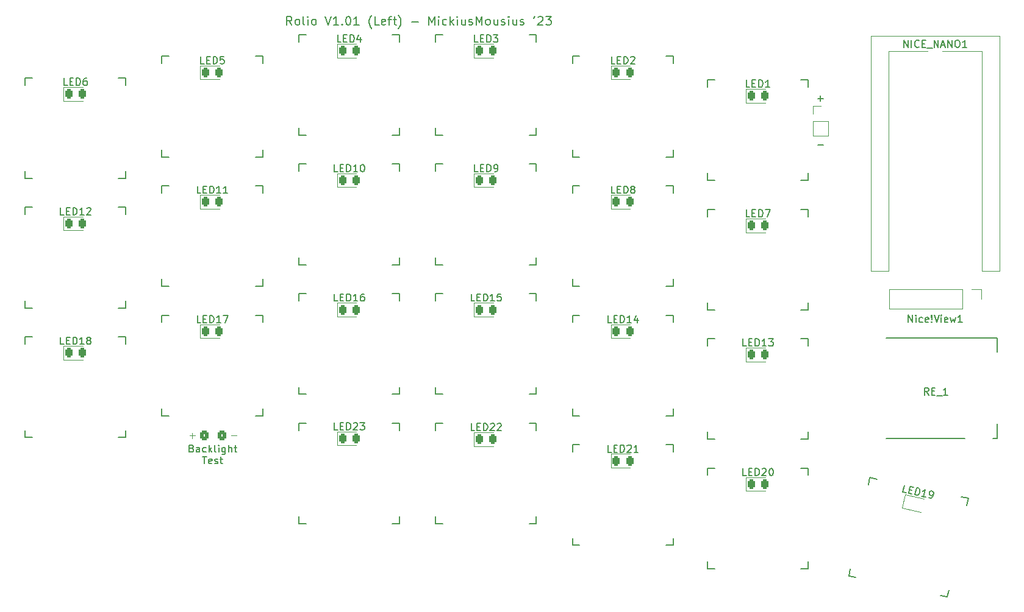
<source format=gto>
G04 #@! TF.GenerationSoftware,KiCad,Pcbnew,7.0.5-0*
G04 #@! TF.CreationDate,2023-09-10T21:21:40+09:30*
G04 #@! TF.ProjectId,Rolio,526f6c69-6f2e-46b6-9963-61645f706362,rev?*
G04 #@! TF.SameCoordinates,Original*
G04 #@! TF.FileFunction,Legend,Top*
G04 #@! TF.FilePolarity,Positive*
%FSLAX46Y46*%
G04 Gerber Fmt 4.6, Leading zero omitted, Abs format (unit mm)*
G04 Created by KiCad (PCBNEW 7.0.5-0) date 2023-09-10 21:21:40*
%MOMM*%
%LPD*%
G01*
G04 APERTURE LIST*
G04 Aperture macros list*
%AMRoundRect*
0 Rectangle with rounded corners*
0 $1 Rounding radius*
0 $2 $3 $4 $5 $6 $7 $8 $9 X,Y pos of 4 corners*
0 Add a 4 corners polygon primitive as box body*
4,1,4,$2,$3,$4,$5,$6,$7,$8,$9,$2,$3,0*
0 Add four circle primitives for the rounded corners*
1,1,$1+$1,$2,$3*
1,1,$1+$1,$4,$5*
1,1,$1+$1,$6,$7*
1,1,$1+$1,$8,$9*
0 Add four rect primitives between the rounded corners*
20,1,$1+$1,$2,$3,$4,$5,0*
20,1,$1+$1,$4,$5,$6,$7,0*
20,1,$1+$1,$6,$7,$8,$9,0*
20,1,$1+$1,$8,$9,$2,$3,0*%
G04 Aperture macros list end*
%ADD10C,0.150000*%
%ADD11C,0.187500*%
%ADD12C,0.100000*%
%ADD13C,0.120000*%
%ADD14C,0.200000*%
%ADD15C,1.701800*%
%ADD16C,3.000000*%
%ADD17C,3.429000*%
%ADD18C,0.990600*%
%ADD19C,4.300000*%
%ADD20RoundRect,0.243750X-0.243750X-0.456250X0.243750X-0.456250X0.243750X0.456250X-0.243750X0.456250X0*%
%ADD21R,1.700000X1.700000*%
%ADD22O,1.700000X1.700000*%
%ADD23C,1.500000*%
%ADD24C,1.600000*%
%ADD25RoundRect,0.250000X0.325000X0.450000X-0.325000X0.450000X-0.325000X-0.450000X0.325000X-0.450000X0*%
%ADD26R,1.600000X1.600000*%
%ADD27O,1.600000X1.600000*%
%ADD28R,1.350000X1.350000*%
%ADD29O,1.350000X1.350000*%
%ADD30RoundRect,0.243750X-0.333283X-0.395601X0.143564X-0.496958X0.333283X0.395601X-0.143564X0.496958X0*%
%ADD31C,0.900000*%
G04 APERTURE END LIST*
D10*
X165810779Y-44610866D02*
X166572684Y-44610866D01*
X166191731Y-44991819D02*
X166191731Y-44229914D01*
X165810779Y-51050866D02*
X166572684Y-51050866D01*
D11*
X92788783Y-34387392D02*
X92388783Y-33815964D01*
X92103069Y-34387392D02*
X92103069Y-33187392D01*
X92103069Y-33187392D02*
X92560212Y-33187392D01*
X92560212Y-33187392D02*
X92674497Y-33244535D01*
X92674497Y-33244535D02*
X92731640Y-33301678D01*
X92731640Y-33301678D02*
X92788783Y-33415964D01*
X92788783Y-33415964D02*
X92788783Y-33587392D01*
X92788783Y-33587392D02*
X92731640Y-33701678D01*
X92731640Y-33701678D02*
X92674497Y-33758821D01*
X92674497Y-33758821D02*
X92560212Y-33815964D01*
X92560212Y-33815964D02*
X92103069Y-33815964D01*
X93474497Y-34387392D02*
X93360212Y-34330250D01*
X93360212Y-34330250D02*
X93303069Y-34273107D01*
X93303069Y-34273107D02*
X93245926Y-34158821D01*
X93245926Y-34158821D02*
X93245926Y-33815964D01*
X93245926Y-33815964D02*
X93303069Y-33701678D01*
X93303069Y-33701678D02*
X93360212Y-33644535D01*
X93360212Y-33644535D02*
X93474497Y-33587392D01*
X93474497Y-33587392D02*
X93645926Y-33587392D01*
X93645926Y-33587392D02*
X93760212Y-33644535D01*
X93760212Y-33644535D02*
X93817355Y-33701678D01*
X93817355Y-33701678D02*
X93874497Y-33815964D01*
X93874497Y-33815964D02*
X93874497Y-34158821D01*
X93874497Y-34158821D02*
X93817355Y-34273107D01*
X93817355Y-34273107D02*
X93760212Y-34330250D01*
X93760212Y-34330250D02*
X93645926Y-34387392D01*
X93645926Y-34387392D02*
X93474497Y-34387392D01*
X94560211Y-34387392D02*
X94445926Y-34330250D01*
X94445926Y-34330250D02*
X94388783Y-34215964D01*
X94388783Y-34215964D02*
X94388783Y-33187392D01*
X95017354Y-34387392D02*
X95017354Y-33587392D01*
X95017354Y-33187392D02*
X94960211Y-33244535D01*
X94960211Y-33244535D02*
X95017354Y-33301678D01*
X95017354Y-33301678D02*
X95074497Y-33244535D01*
X95074497Y-33244535D02*
X95017354Y-33187392D01*
X95017354Y-33187392D02*
X95017354Y-33301678D01*
X95760211Y-34387392D02*
X95645926Y-34330250D01*
X95645926Y-34330250D02*
X95588783Y-34273107D01*
X95588783Y-34273107D02*
X95531640Y-34158821D01*
X95531640Y-34158821D02*
X95531640Y-33815964D01*
X95531640Y-33815964D02*
X95588783Y-33701678D01*
X95588783Y-33701678D02*
X95645926Y-33644535D01*
X95645926Y-33644535D02*
X95760211Y-33587392D01*
X95760211Y-33587392D02*
X95931640Y-33587392D01*
X95931640Y-33587392D02*
X96045926Y-33644535D01*
X96045926Y-33644535D02*
X96103069Y-33701678D01*
X96103069Y-33701678D02*
X96160211Y-33815964D01*
X96160211Y-33815964D02*
X96160211Y-34158821D01*
X96160211Y-34158821D02*
X96103069Y-34273107D01*
X96103069Y-34273107D02*
X96045926Y-34330250D01*
X96045926Y-34330250D02*
X95931640Y-34387392D01*
X95931640Y-34387392D02*
X95760211Y-34387392D01*
X97417354Y-33187392D02*
X97817354Y-34387392D01*
X97817354Y-34387392D02*
X98217354Y-33187392D01*
X99245925Y-34387392D02*
X98560211Y-34387392D01*
X98903068Y-34387392D02*
X98903068Y-33187392D01*
X98903068Y-33187392D02*
X98788782Y-33358821D01*
X98788782Y-33358821D02*
X98674497Y-33473107D01*
X98674497Y-33473107D02*
X98560211Y-33530250D01*
X99760211Y-34273107D02*
X99817354Y-34330250D01*
X99817354Y-34330250D02*
X99760211Y-34387392D01*
X99760211Y-34387392D02*
X99703068Y-34330250D01*
X99703068Y-34330250D02*
X99760211Y-34273107D01*
X99760211Y-34273107D02*
X99760211Y-34387392D01*
X100560211Y-33187392D02*
X100674497Y-33187392D01*
X100674497Y-33187392D02*
X100788783Y-33244535D01*
X100788783Y-33244535D02*
X100845926Y-33301678D01*
X100845926Y-33301678D02*
X100903068Y-33415964D01*
X100903068Y-33415964D02*
X100960211Y-33644535D01*
X100960211Y-33644535D02*
X100960211Y-33930250D01*
X100960211Y-33930250D02*
X100903068Y-34158821D01*
X100903068Y-34158821D02*
X100845926Y-34273107D01*
X100845926Y-34273107D02*
X100788783Y-34330250D01*
X100788783Y-34330250D02*
X100674497Y-34387392D01*
X100674497Y-34387392D02*
X100560211Y-34387392D01*
X100560211Y-34387392D02*
X100445926Y-34330250D01*
X100445926Y-34330250D02*
X100388783Y-34273107D01*
X100388783Y-34273107D02*
X100331640Y-34158821D01*
X100331640Y-34158821D02*
X100274497Y-33930250D01*
X100274497Y-33930250D02*
X100274497Y-33644535D01*
X100274497Y-33644535D02*
X100331640Y-33415964D01*
X100331640Y-33415964D02*
X100388783Y-33301678D01*
X100388783Y-33301678D02*
X100445926Y-33244535D01*
X100445926Y-33244535D02*
X100560211Y-33187392D01*
X102103068Y-34387392D02*
X101417354Y-34387392D01*
X101760211Y-34387392D02*
X101760211Y-33187392D01*
X101760211Y-33187392D02*
X101645925Y-33358821D01*
X101645925Y-33358821D02*
X101531640Y-33473107D01*
X101531640Y-33473107D02*
X101417354Y-33530250D01*
X103874497Y-34844535D02*
X103817354Y-34787392D01*
X103817354Y-34787392D02*
X103703068Y-34615964D01*
X103703068Y-34615964D02*
X103645926Y-34501678D01*
X103645926Y-34501678D02*
X103588783Y-34330250D01*
X103588783Y-34330250D02*
X103531640Y-34044535D01*
X103531640Y-34044535D02*
X103531640Y-33815964D01*
X103531640Y-33815964D02*
X103588783Y-33530250D01*
X103588783Y-33530250D02*
X103645926Y-33358821D01*
X103645926Y-33358821D02*
X103703068Y-33244535D01*
X103703068Y-33244535D02*
X103817354Y-33073107D01*
X103817354Y-33073107D02*
X103874497Y-33015964D01*
X104903068Y-34387392D02*
X104331640Y-34387392D01*
X104331640Y-34387392D02*
X104331640Y-33187392D01*
X105760212Y-34330250D02*
X105645926Y-34387392D01*
X105645926Y-34387392D02*
X105417355Y-34387392D01*
X105417355Y-34387392D02*
X105303069Y-34330250D01*
X105303069Y-34330250D02*
X105245926Y-34215964D01*
X105245926Y-34215964D02*
X105245926Y-33758821D01*
X105245926Y-33758821D02*
X105303069Y-33644535D01*
X105303069Y-33644535D02*
X105417355Y-33587392D01*
X105417355Y-33587392D02*
X105645926Y-33587392D01*
X105645926Y-33587392D02*
X105760212Y-33644535D01*
X105760212Y-33644535D02*
X105817355Y-33758821D01*
X105817355Y-33758821D02*
X105817355Y-33873107D01*
X105817355Y-33873107D02*
X105245926Y-33987392D01*
X106160211Y-33587392D02*
X106617354Y-33587392D01*
X106331640Y-34387392D02*
X106331640Y-33358821D01*
X106331640Y-33358821D02*
X106388783Y-33244535D01*
X106388783Y-33244535D02*
X106503068Y-33187392D01*
X106503068Y-33187392D02*
X106617354Y-33187392D01*
X106845925Y-33587392D02*
X107303068Y-33587392D01*
X107017354Y-33187392D02*
X107017354Y-34215964D01*
X107017354Y-34215964D02*
X107074497Y-34330250D01*
X107074497Y-34330250D02*
X107188782Y-34387392D01*
X107188782Y-34387392D02*
X107303068Y-34387392D01*
X107588782Y-34844535D02*
X107645925Y-34787392D01*
X107645925Y-34787392D02*
X107760211Y-34615964D01*
X107760211Y-34615964D02*
X107817354Y-34501678D01*
X107817354Y-34501678D02*
X107874496Y-34330250D01*
X107874496Y-34330250D02*
X107931639Y-34044535D01*
X107931639Y-34044535D02*
X107931639Y-33815964D01*
X107931639Y-33815964D02*
X107874496Y-33530250D01*
X107874496Y-33530250D02*
X107817354Y-33358821D01*
X107817354Y-33358821D02*
X107760211Y-33244535D01*
X107760211Y-33244535D02*
X107645925Y-33073107D01*
X107645925Y-33073107D02*
X107588782Y-33015964D01*
X109417354Y-33930250D02*
X110331640Y-33930250D01*
X111817354Y-34387392D02*
X111817354Y-33187392D01*
X111817354Y-33187392D02*
X112217354Y-34044535D01*
X112217354Y-34044535D02*
X112617354Y-33187392D01*
X112617354Y-33187392D02*
X112617354Y-34387392D01*
X113188783Y-34387392D02*
X113188783Y-33587392D01*
X113188783Y-33187392D02*
X113131640Y-33244535D01*
X113131640Y-33244535D02*
X113188783Y-33301678D01*
X113188783Y-33301678D02*
X113245926Y-33244535D01*
X113245926Y-33244535D02*
X113188783Y-33187392D01*
X113188783Y-33187392D02*
X113188783Y-33301678D01*
X114274498Y-34330250D02*
X114160212Y-34387392D01*
X114160212Y-34387392D02*
X113931640Y-34387392D01*
X113931640Y-34387392D02*
X113817355Y-34330250D01*
X113817355Y-34330250D02*
X113760212Y-34273107D01*
X113760212Y-34273107D02*
X113703069Y-34158821D01*
X113703069Y-34158821D02*
X113703069Y-33815964D01*
X113703069Y-33815964D02*
X113760212Y-33701678D01*
X113760212Y-33701678D02*
X113817355Y-33644535D01*
X113817355Y-33644535D02*
X113931640Y-33587392D01*
X113931640Y-33587392D02*
X114160212Y-33587392D01*
X114160212Y-33587392D02*
X114274498Y-33644535D01*
X114788783Y-34387392D02*
X114788783Y-33187392D01*
X114903069Y-33930250D02*
X115245926Y-34387392D01*
X115245926Y-33587392D02*
X114788783Y-34044535D01*
X115760212Y-34387392D02*
X115760212Y-33587392D01*
X115760212Y-33187392D02*
X115703069Y-33244535D01*
X115703069Y-33244535D02*
X115760212Y-33301678D01*
X115760212Y-33301678D02*
X115817355Y-33244535D01*
X115817355Y-33244535D02*
X115760212Y-33187392D01*
X115760212Y-33187392D02*
X115760212Y-33301678D01*
X116845927Y-33587392D02*
X116845927Y-34387392D01*
X116331641Y-33587392D02*
X116331641Y-34215964D01*
X116331641Y-34215964D02*
X116388784Y-34330250D01*
X116388784Y-34330250D02*
X116503069Y-34387392D01*
X116503069Y-34387392D02*
X116674498Y-34387392D01*
X116674498Y-34387392D02*
X116788784Y-34330250D01*
X116788784Y-34330250D02*
X116845927Y-34273107D01*
X117360212Y-34330250D02*
X117474498Y-34387392D01*
X117474498Y-34387392D02*
X117703069Y-34387392D01*
X117703069Y-34387392D02*
X117817355Y-34330250D01*
X117817355Y-34330250D02*
X117874498Y-34215964D01*
X117874498Y-34215964D02*
X117874498Y-34158821D01*
X117874498Y-34158821D02*
X117817355Y-34044535D01*
X117817355Y-34044535D02*
X117703069Y-33987392D01*
X117703069Y-33987392D02*
X117531641Y-33987392D01*
X117531641Y-33987392D02*
X117417355Y-33930250D01*
X117417355Y-33930250D02*
X117360212Y-33815964D01*
X117360212Y-33815964D02*
X117360212Y-33758821D01*
X117360212Y-33758821D02*
X117417355Y-33644535D01*
X117417355Y-33644535D02*
X117531641Y-33587392D01*
X117531641Y-33587392D02*
X117703069Y-33587392D01*
X117703069Y-33587392D02*
X117817355Y-33644535D01*
X118388784Y-34387392D02*
X118388784Y-33187392D01*
X118388784Y-33187392D02*
X118788784Y-34044535D01*
X118788784Y-34044535D02*
X119188784Y-33187392D01*
X119188784Y-33187392D02*
X119188784Y-34387392D01*
X119931641Y-34387392D02*
X119817356Y-34330250D01*
X119817356Y-34330250D02*
X119760213Y-34273107D01*
X119760213Y-34273107D02*
X119703070Y-34158821D01*
X119703070Y-34158821D02*
X119703070Y-33815964D01*
X119703070Y-33815964D02*
X119760213Y-33701678D01*
X119760213Y-33701678D02*
X119817356Y-33644535D01*
X119817356Y-33644535D02*
X119931641Y-33587392D01*
X119931641Y-33587392D02*
X120103070Y-33587392D01*
X120103070Y-33587392D02*
X120217356Y-33644535D01*
X120217356Y-33644535D02*
X120274499Y-33701678D01*
X120274499Y-33701678D02*
X120331641Y-33815964D01*
X120331641Y-33815964D02*
X120331641Y-34158821D01*
X120331641Y-34158821D02*
X120274499Y-34273107D01*
X120274499Y-34273107D02*
X120217356Y-34330250D01*
X120217356Y-34330250D02*
X120103070Y-34387392D01*
X120103070Y-34387392D02*
X119931641Y-34387392D01*
X121360213Y-33587392D02*
X121360213Y-34387392D01*
X120845927Y-33587392D02*
X120845927Y-34215964D01*
X120845927Y-34215964D02*
X120903070Y-34330250D01*
X120903070Y-34330250D02*
X121017355Y-34387392D01*
X121017355Y-34387392D02*
X121188784Y-34387392D01*
X121188784Y-34387392D02*
X121303070Y-34330250D01*
X121303070Y-34330250D02*
X121360213Y-34273107D01*
X121874498Y-34330250D02*
X121988784Y-34387392D01*
X121988784Y-34387392D02*
X122217355Y-34387392D01*
X122217355Y-34387392D02*
X122331641Y-34330250D01*
X122331641Y-34330250D02*
X122388784Y-34215964D01*
X122388784Y-34215964D02*
X122388784Y-34158821D01*
X122388784Y-34158821D02*
X122331641Y-34044535D01*
X122331641Y-34044535D02*
X122217355Y-33987392D01*
X122217355Y-33987392D02*
X122045927Y-33987392D01*
X122045927Y-33987392D02*
X121931641Y-33930250D01*
X121931641Y-33930250D02*
X121874498Y-33815964D01*
X121874498Y-33815964D02*
X121874498Y-33758821D01*
X121874498Y-33758821D02*
X121931641Y-33644535D01*
X121931641Y-33644535D02*
X122045927Y-33587392D01*
X122045927Y-33587392D02*
X122217355Y-33587392D01*
X122217355Y-33587392D02*
X122331641Y-33644535D01*
X122903070Y-34387392D02*
X122903070Y-33587392D01*
X122903070Y-33187392D02*
X122845927Y-33244535D01*
X122845927Y-33244535D02*
X122903070Y-33301678D01*
X122903070Y-33301678D02*
X122960213Y-33244535D01*
X122960213Y-33244535D02*
X122903070Y-33187392D01*
X122903070Y-33187392D02*
X122903070Y-33301678D01*
X123988785Y-33587392D02*
X123988785Y-34387392D01*
X123474499Y-33587392D02*
X123474499Y-34215964D01*
X123474499Y-34215964D02*
X123531642Y-34330250D01*
X123531642Y-34330250D02*
X123645927Y-34387392D01*
X123645927Y-34387392D02*
X123817356Y-34387392D01*
X123817356Y-34387392D02*
X123931642Y-34330250D01*
X123931642Y-34330250D02*
X123988785Y-34273107D01*
X124503070Y-34330250D02*
X124617356Y-34387392D01*
X124617356Y-34387392D02*
X124845927Y-34387392D01*
X124845927Y-34387392D02*
X124960213Y-34330250D01*
X124960213Y-34330250D02*
X125017356Y-34215964D01*
X125017356Y-34215964D02*
X125017356Y-34158821D01*
X125017356Y-34158821D02*
X124960213Y-34044535D01*
X124960213Y-34044535D02*
X124845927Y-33987392D01*
X124845927Y-33987392D02*
X124674499Y-33987392D01*
X124674499Y-33987392D02*
X124560213Y-33930250D01*
X124560213Y-33930250D02*
X124503070Y-33815964D01*
X124503070Y-33815964D02*
X124503070Y-33758821D01*
X124503070Y-33758821D02*
X124560213Y-33644535D01*
X124560213Y-33644535D02*
X124674499Y-33587392D01*
X124674499Y-33587392D02*
X124845927Y-33587392D01*
X124845927Y-33587392D02*
X124960213Y-33644535D01*
X126503071Y-33187392D02*
X126388785Y-33415964D01*
X126960214Y-33301678D02*
X127017357Y-33244535D01*
X127017357Y-33244535D02*
X127131643Y-33187392D01*
X127131643Y-33187392D02*
X127417357Y-33187392D01*
X127417357Y-33187392D02*
X127531643Y-33244535D01*
X127531643Y-33244535D02*
X127588785Y-33301678D01*
X127588785Y-33301678D02*
X127645928Y-33415964D01*
X127645928Y-33415964D02*
X127645928Y-33530250D01*
X127645928Y-33530250D02*
X127588785Y-33701678D01*
X127588785Y-33701678D02*
X126903071Y-34387392D01*
X126903071Y-34387392D02*
X127645928Y-34387392D01*
X128045928Y-33187392D02*
X128788785Y-33187392D01*
X128788785Y-33187392D02*
X128388785Y-33644535D01*
X128388785Y-33644535D02*
X128560214Y-33644535D01*
X128560214Y-33644535D02*
X128674500Y-33701678D01*
X128674500Y-33701678D02*
X128731642Y-33758821D01*
X128731642Y-33758821D02*
X128788785Y-33873107D01*
X128788785Y-33873107D02*
X128788785Y-34158821D01*
X128788785Y-34158821D02*
X128731642Y-34273107D01*
X128731642Y-34273107D02*
X128674500Y-34330250D01*
X128674500Y-34330250D02*
X128560214Y-34387392D01*
X128560214Y-34387392D02*
X128217357Y-34387392D01*
X128217357Y-34387392D02*
X128103071Y-34330250D01*
X128103071Y-34330250D02*
X128045928Y-34273107D01*
D10*
X78883237Y-93240009D02*
X79026094Y-93287628D01*
X79026094Y-93287628D02*
X79073713Y-93335247D01*
X79073713Y-93335247D02*
X79121332Y-93430485D01*
X79121332Y-93430485D02*
X79121332Y-93573342D01*
X79121332Y-93573342D02*
X79073713Y-93668580D01*
X79073713Y-93668580D02*
X79026094Y-93716200D01*
X79026094Y-93716200D02*
X78930856Y-93763819D01*
X78930856Y-93763819D02*
X78549904Y-93763819D01*
X78549904Y-93763819D02*
X78549904Y-92763819D01*
X78549904Y-92763819D02*
X78883237Y-92763819D01*
X78883237Y-92763819D02*
X78978475Y-92811438D01*
X78978475Y-92811438D02*
X79026094Y-92859057D01*
X79026094Y-92859057D02*
X79073713Y-92954295D01*
X79073713Y-92954295D02*
X79073713Y-93049533D01*
X79073713Y-93049533D02*
X79026094Y-93144771D01*
X79026094Y-93144771D02*
X78978475Y-93192390D01*
X78978475Y-93192390D02*
X78883237Y-93240009D01*
X78883237Y-93240009D02*
X78549904Y-93240009D01*
X79978475Y-93763819D02*
X79978475Y-93240009D01*
X79978475Y-93240009D02*
X79930856Y-93144771D01*
X79930856Y-93144771D02*
X79835618Y-93097152D01*
X79835618Y-93097152D02*
X79645142Y-93097152D01*
X79645142Y-93097152D02*
X79549904Y-93144771D01*
X79978475Y-93716200D02*
X79883237Y-93763819D01*
X79883237Y-93763819D02*
X79645142Y-93763819D01*
X79645142Y-93763819D02*
X79549904Y-93716200D01*
X79549904Y-93716200D02*
X79502285Y-93620961D01*
X79502285Y-93620961D02*
X79502285Y-93525723D01*
X79502285Y-93525723D02*
X79549904Y-93430485D01*
X79549904Y-93430485D02*
X79645142Y-93382866D01*
X79645142Y-93382866D02*
X79883237Y-93382866D01*
X79883237Y-93382866D02*
X79978475Y-93335247D01*
X80883237Y-93716200D02*
X80787999Y-93763819D01*
X80787999Y-93763819D02*
X80597523Y-93763819D01*
X80597523Y-93763819D02*
X80502285Y-93716200D01*
X80502285Y-93716200D02*
X80454666Y-93668580D01*
X80454666Y-93668580D02*
X80407047Y-93573342D01*
X80407047Y-93573342D02*
X80407047Y-93287628D01*
X80407047Y-93287628D02*
X80454666Y-93192390D01*
X80454666Y-93192390D02*
X80502285Y-93144771D01*
X80502285Y-93144771D02*
X80597523Y-93097152D01*
X80597523Y-93097152D02*
X80787999Y-93097152D01*
X80787999Y-93097152D02*
X80883237Y-93144771D01*
X81311809Y-93763819D02*
X81311809Y-92763819D01*
X81407047Y-93382866D02*
X81692761Y-93763819D01*
X81692761Y-93097152D02*
X81311809Y-93478104D01*
X82264190Y-93763819D02*
X82168952Y-93716200D01*
X82168952Y-93716200D02*
X82121333Y-93620961D01*
X82121333Y-93620961D02*
X82121333Y-92763819D01*
X82645143Y-93763819D02*
X82645143Y-93097152D01*
X82645143Y-92763819D02*
X82597524Y-92811438D01*
X82597524Y-92811438D02*
X82645143Y-92859057D01*
X82645143Y-92859057D02*
X82692762Y-92811438D01*
X82692762Y-92811438D02*
X82645143Y-92763819D01*
X82645143Y-92763819D02*
X82645143Y-92859057D01*
X83549904Y-93097152D02*
X83549904Y-93906676D01*
X83549904Y-93906676D02*
X83502285Y-94001914D01*
X83502285Y-94001914D02*
X83454666Y-94049533D01*
X83454666Y-94049533D02*
X83359428Y-94097152D01*
X83359428Y-94097152D02*
X83216571Y-94097152D01*
X83216571Y-94097152D02*
X83121333Y-94049533D01*
X83549904Y-93716200D02*
X83454666Y-93763819D01*
X83454666Y-93763819D02*
X83264190Y-93763819D01*
X83264190Y-93763819D02*
X83168952Y-93716200D01*
X83168952Y-93716200D02*
X83121333Y-93668580D01*
X83121333Y-93668580D02*
X83073714Y-93573342D01*
X83073714Y-93573342D02*
X83073714Y-93287628D01*
X83073714Y-93287628D02*
X83121333Y-93192390D01*
X83121333Y-93192390D02*
X83168952Y-93144771D01*
X83168952Y-93144771D02*
X83264190Y-93097152D01*
X83264190Y-93097152D02*
X83454666Y-93097152D01*
X83454666Y-93097152D02*
X83549904Y-93144771D01*
X84026095Y-93763819D02*
X84026095Y-92763819D01*
X84454666Y-93763819D02*
X84454666Y-93240009D01*
X84454666Y-93240009D02*
X84407047Y-93144771D01*
X84407047Y-93144771D02*
X84311809Y-93097152D01*
X84311809Y-93097152D02*
X84168952Y-93097152D01*
X84168952Y-93097152D02*
X84073714Y-93144771D01*
X84073714Y-93144771D02*
X84026095Y-93192390D01*
X84788000Y-93097152D02*
X85168952Y-93097152D01*
X84930857Y-92763819D02*
X84930857Y-93620961D01*
X84930857Y-93620961D02*
X84978476Y-93716200D01*
X84978476Y-93716200D02*
X85073714Y-93763819D01*
X85073714Y-93763819D02*
X85168952Y-93763819D01*
X80383238Y-94373819D02*
X80954666Y-94373819D01*
X80668952Y-95373819D02*
X80668952Y-94373819D01*
X81668952Y-95326200D02*
X81573714Y-95373819D01*
X81573714Y-95373819D02*
X81383238Y-95373819D01*
X81383238Y-95373819D02*
X81288000Y-95326200D01*
X81288000Y-95326200D02*
X81240381Y-95230961D01*
X81240381Y-95230961D02*
X81240381Y-94850009D01*
X81240381Y-94850009D02*
X81288000Y-94754771D01*
X81288000Y-94754771D02*
X81383238Y-94707152D01*
X81383238Y-94707152D02*
X81573714Y-94707152D01*
X81573714Y-94707152D02*
X81668952Y-94754771D01*
X81668952Y-94754771D02*
X81716571Y-94850009D01*
X81716571Y-94850009D02*
X81716571Y-94945247D01*
X81716571Y-94945247D02*
X81240381Y-95040485D01*
X82097524Y-95326200D02*
X82192762Y-95373819D01*
X82192762Y-95373819D02*
X82383238Y-95373819D01*
X82383238Y-95373819D02*
X82478476Y-95326200D01*
X82478476Y-95326200D02*
X82526095Y-95230961D01*
X82526095Y-95230961D02*
X82526095Y-95183342D01*
X82526095Y-95183342D02*
X82478476Y-95088104D01*
X82478476Y-95088104D02*
X82383238Y-95040485D01*
X82383238Y-95040485D02*
X82240381Y-95040485D01*
X82240381Y-95040485D02*
X82145143Y-94992866D01*
X82145143Y-94992866D02*
X82097524Y-94897628D01*
X82097524Y-94897628D02*
X82097524Y-94850009D01*
X82097524Y-94850009D02*
X82145143Y-94754771D01*
X82145143Y-94754771D02*
X82240381Y-94707152D01*
X82240381Y-94707152D02*
X82383238Y-94707152D01*
X82383238Y-94707152D02*
X82478476Y-94754771D01*
X82811810Y-94707152D02*
X83192762Y-94707152D01*
X82954667Y-94373819D02*
X82954667Y-95230961D01*
X82954667Y-95230961D02*
X83002286Y-95326200D01*
X83002286Y-95326200D02*
X83097524Y-95373819D01*
X83097524Y-95373819D02*
X83192762Y-95373819D01*
X118638952Y-36769819D02*
X118162762Y-36769819D01*
X118162762Y-36769819D02*
X118162762Y-35769819D01*
X118972286Y-36246009D02*
X119305619Y-36246009D01*
X119448476Y-36769819D02*
X118972286Y-36769819D01*
X118972286Y-36769819D02*
X118972286Y-35769819D01*
X118972286Y-35769819D02*
X119448476Y-35769819D01*
X119877048Y-36769819D02*
X119877048Y-35769819D01*
X119877048Y-35769819D02*
X120115143Y-35769819D01*
X120115143Y-35769819D02*
X120258000Y-35817438D01*
X120258000Y-35817438D02*
X120353238Y-35912676D01*
X120353238Y-35912676D02*
X120400857Y-36007914D01*
X120400857Y-36007914D02*
X120448476Y-36198390D01*
X120448476Y-36198390D02*
X120448476Y-36341247D01*
X120448476Y-36341247D02*
X120400857Y-36531723D01*
X120400857Y-36531723D02*
X120353238Y-36626961D01*
X120353238Y-36626961D02*
X120258000Y-36722200D01*
X120258000Y-36722200D02*
X120115143Y-36769819D01*
X120115143Y-36769819D02*
X119877048Y-36769819D01*
X120781810Y-35769819D02*
X121400857Y-35769819D01*
X121400857Y-35769819D02*
X121067524Y-36150771D01*
X121067524Y-36150771D02*
X121210381Y-36150771D01*
X121210381Y-36150771D02*
X121305619Y-36198390D01*
X121305619Y-36198390D02*
X121353238Y-36246009D01*
X121353238Y-36246009D02*
X121400857Y-36341247D01*
X121400857Y-36341247D02*
X121400857Y-36579342D01*
X121400857Y-36579342D02*
X121353238Y-36674580D01*
X121353238Y-36674580D02*
X121305619Y-36722200D01*
X121305619Y-36722200D02*
X121210381Y-36769819D01*
X121210381Y-36769819D02*
X120924667Y-36769819D01*
X120924667Y-36769819D02*
X120829429Y-36722200D01*
X120829429Y-36722200D02*
X120781810Y-36674580D01*
X118162761Y-72769819D02*
X117686571Y-72769819D01*
X117686571Y-72769819D02*
X117686571Y-71769819D01*
X118496095Y-72246009D02*
X118829428Y-72246009D01*
X118972285Y-72769819D02*
X118496095Y-72769819D01*
X118496095Y-72769819D02*
X118496095Y-71769819D01*
X118496095Y-71769819D02*
X118972285Y-71769819D01*
X119400857Y-72769819D02*
X119400857Y-71769819D01*
X119400857Y-71769819D02*
X119638952Y-71769819D01*
X119638952Y-71769819D02*
X119781809Y-71817438D01*
X119781809Y-71817438D02*
X119877047Y-71912676D01*
X119877047Y-71912676D02*
X119924666Y-72007914D01*
X119924666Y-72007914D02*
X119972285Y-72198390D01*
X119972285Y-72198390D02*
X119972285Y-72341247D01*
X119972285Y-72341247D02*
X119924666Y-72531723D01*
X119924666Y-72531723D02*
X119877047Y-72626961D01*
X119877047Y-72626961D02*
X119781809Y-72722200D01*
X119781809Y-72722200D02*
X119638952Y-72769819D01*
X119638952Y-72769819D02*
X119400857Y-72769819D01*
X120924666Y-72769819D02*
X120353238Y-72769819D01*
X120638952Y-72769819D02*
X120638952Y-71769819D01*
X120638952Y-71769819D02*
X120543714Y-71912676D01*
X120543714Y-71912676D02*
X120448476Y-72007914D01*
X120448476Y-72007914D02*
X120353238Y-72055533D01*
X121829428Y-71769819D02*
X121353238Y-71769819D01*
X121353238Y-71769819D02*
X121305619Y-72246009D01*
X121305619Y-72246009D02*
X121353238Y-72198390D01*
X121353238Y-72198390D02*
X121448476Y-72150771D01*
X121448476Y-72150771D02*
X121686571Y-72150771D01*
X121686571Y-72150771D02*
X121781809Y-72198390D01*
X121781809Y-72198390D02*
X121829428Y-72246009D01*
X121829428Y-72246009D02*
X121877047Y-72341247D01*
X121877047Y-72341247D02*
X121877047Y-72579342D01*
X121877047Y-72579342D02*
X121829428Y-72674580D01*
X121829428Y-72674580D02*
X121781809Y-72722200D01*
X121781809Y-72722200D02*
X121686571Y-72769819D01*
X121686571Y-72769819D02*
X121448476Y-72769819D01*
X121448476Y-72769819D02*
X121353238Y-72722200D01*
X121353238Y-72722200D02*
X121305619Y-72674580D01*
X178383115Y-75714819D02*
X178383115Y-74714819D01*
X178383115Y-74714819D02*
X178954543Y-75714819D01*
X178954543Y-75714819D02*
X178954543Y-74714819D01*
X179430734Y-75714819D02*
X179430734Y-75048152D01*
X179430734Y-74714819D02*
X179383115Y-74762438D01*
X179383115Y-74762438D02*
X179430734Y-74810057D01*
X179430734Y-74810057D02*
X179478353Y-74762438D01*
X179478353Y-74762438D02*
X179430734Y-74714819D01*
X179430734Y-74714819D02*
X179430734Y-74810057D01*
X180335495Y-75667200D02*
X180240257Y-75714819D01*
X180240257Y-75714819D02*
X180049781Y-75714819D01*
X180049781Y-75714819D02*
X179954543Y-75667200D01*
X179954543Y-75667200D02*
X179906924Y-75619580D01*
X179906924Y-75619580D02*
X179859305Y-75524342D01*
X179859305Y-75524342D02*
X179859305Y-75238628D01*
X179859305Y-75238628D02*
X179906924Y-75143390D01*
X179906924Y-75143390D02*
X179954543Y-75095771D01*
X179954543Y-75095771D02*
X180049781Y-75048152D01*
X180049781Y-75048152D02*
X180240257Y-75048152D01*
X180240257Y-75048152D02*
X180335495Y-75095771D01*
X181145019Y-75667200D02*
X181049781Y-75714819D01*
X181049781Y-75714819D02*
X180859305Y-75714819D01*
X180859305Y-75714819D02*
X180764067Y-75667200D01*
X180764067Y-75667200D02*
X180716448Y-75571961D01*
X180716448Y-75571961D02*
X180716448Y-75191009D01*
X180716448Y-75191009D02*
X180764067Y-75095771D01*
X180764067Y-75095771D02*
X180859305Y-75048152D01*
X180859305Y-75048152D02*
X181049781Y-75048152D01*
X181049781Y-75048152D02*
X181145019Y-75095771D01*
X181145019Y-75095771D02*
X181192638Y-75191009D01*
X181192638Y-75191009D02*
X181192638Y-75286247D01*
X181192638Y-75286247D02*
X180716448Y-75381485D01*
X181621210Y-75619580D02*
X181668829Y-75667200D01*
X181668829Y-75667200D02*
X181621210Y-75714819D01*
X181621210Y-75714819D02*
X181573591Y-75667200D01*
X181573591Y-75667200D02*
X181621210Y-75619580D01*
X181621210Y-75619580D02*
X181621210Y-75714819D01*
X181621210Y-75333866D02*
X181573591Y-74762438D01*
X181573591Y-74762438D02*
X181621210Y-74714819D01*
X181621210Y-74714819D02*
X181668829Y-74762438D01*
X181668829Y-74762438D02*
X181621210Y-75333866D01*
X181621210Y-75333866D02*
X181621210Y-74714819D01*
X181954543Y-74714819D02*
X182287876Y-75714819D01*
X182287876Y-75714819D02*
X182621209Y-74714819D01*
X182954543Y-75714819D02*
X182954543Y-75048152D01*
X182954543Y-74714819D02*
X182906924Y-74762438D01*
X182906924Y-74762438D02*
X182954543Y-74810057D01*
X182954543Y-74810057D02*
X183002162Y-74762438D01*
X183002162Y-74762438D02*
X182954543Y-74714819D01*
X182954543Y-74714819D02*
X182954543Y-74810057D01*
X183811685Y-75667200D02*
X183716447Y-75714819D01*
X183716447Y-75714819D02*
X183525971Y-75714819D01*
X183525971Y-75714819D02*
X183430733Y-75667200D01*
X183430733Y-75667200D02*
X183383114Y-75571961D01*
X183383114Y-75571961D02*
X183383114Y-75191009D01*
X183383114Y-75191009D02*
X183430733Y-75095771D01*
X183430733Y-75095771D02*
X183525971Y-75048152D01*
X183525971Y-75048152D02*
X183716447Y-75048152D01*
X183716447Y-75048152D02*
X183811685Y-75095771D01*
X183811685Y-75095771D02*
X183859304Y-75191009D01*
X183859304Y-75191009D02*
X183859304Y-75286247D01*
X183859304Y-75286247D02*
X183383114Y-75381485D01*
X184192638Y-75048152D02*
X184383114Y-75714819D01*
X184383114Y-75714819D02*
X184573590Y-75238628D01*
X184573590Y-75238628D02*
X184764066Y-75714819D01*
X184764066Y-75714819D02*
X184954542Y-75048152D01*
X185859304Y-75714819D02*
X185287876Y-75714819D01*
X185573590Y-75714819D02*
X185573590Y-74714819D01*
X185573590Y-74714819D02*
X185478352Y-74857676D01*
X185478352Y-74857676D02*
X185383114Y-74952914D01*
X185383114Y-74952914D02*
X185287876Y-75000533D01*
X99638952Y-36769819D02*
X99162762Y-36769819D01*
X99162762Y-36769819D02*
X99162762Y-35769819D01*
X99972286Y-36246009D02*
X100305619Y-36246009D01*
X100448476Y-36769819D02*
X99972286Y-36769819D01*
X99972286Y-36769819D02*
X99972286Y-35769819D01*
X99972286Y-35769819D02*
X100448476Y-35769819D01*
X100877048Y-36769819D02*
X100877048Y-35769819D01*
X100877048Y-35769819D02*
X101115143Y-35769819D01*
X101115143Y-35769819D02*
X101258000Y-35817438D01*
X101258000Y-35817438D02*
X101353238Y-35912676D01*
X101353238Y-35912676D02*
X101400857Y-36007914D01*
X101400857Y-36007914D02*
X101448476Y-36198390D01*
X101448476Y-36198390D02*
X101448476Y-36341247D01*
X101448476Y-36341247D02*
X101400857Y-36531723D01*
X101400857Y-36531723D02*
X101353238Y-36626961D01*
X101353238Y-36626961D02*
X101258000Y-36722200D01*
X101258000Y-36722200D02*
X101115143Y-36769819D01*
X101115143Y-36769819D02*
X100877048Y-36769819D01*
X102305619Y-36103152D02*
X102305619Y-36769819D01*
X102067524Y-35722200D02*
X101829429Y-36436485D01*
X101829429Y-36436485D02*
X102448476Y-36436485D01*
X156371852Y-43019819D02*
X155895662Y-43019819D01*
X155895662Y-43019819D02*
X155895662Y-42019819D01*
X156705186Y-42496009D02*
X157038519Y-42496009D01*
X157181376Y-43019819D02*
X156705186Y-43019819D01*
X156705186Y-43019819D02*
X156705186Y-42019819D01*
X156705186Y-42019819D02*
X157181376Y-42019819D01*
X157609948Y-43019819D02*
X157609948Y-42019819D01*
X157609948Y-42019819D02*
X157848043Y-42019819D01*
X157848043Y-42019819D02*
X157990900Y-42067438D01*
X157990900Y-42067438D02*
X158086138Y-42162676D01*
X158086138Y-42162676D02*
X158133757Y-42257914D01*
X158133757Y-42257914D02*
X158181376Y-42448390D01*
X158181376Y-42448390D02*
X158181376Y-42591247D01*
X158181376Y-42591247D02*
X158133757Y-42781723D01*
X158133757Y-42781723D02*
X158086138Y-42876961D01*
X158086138Y-42876961D02*
X157990900Y-42972200D01*
X157990900Y-42972200D02*
X157848043Y-43019819D01*
X157848043Y-43019819D02*
X157609948Y-43019819D01*
X159133757Y-43019819D02*
X158562329Y-43019819D01*
X158848043Y-43019819D02*
X158848043Y-42019819D01*
X158848043Y-42019819D02*
X158752805Y-42162676D01*
X158752805Y-42162676D02*
X158657567Y-42257914D01*
X158657567Y-42257914D02*
X158562329Y-42305533D01*
X181197399Y-85824819D02*
X180864066Y-85348628D01*
X180625971Y-85824819D02*
X180625971Y-84824819D01*
X180625971Y-84824819D02*
X181006923Y-84824819D01*
X181006923Y-84824819D02*
X181102161Y-84872438D01*
X181102161Y-84872438D02*
X181149780Y-84920057D01*
X181149780Y-84920057D02*
X181197399Y-85015295D01*
X181197399Y-85015295D02*
X181197399Y-85158152D01*
X181197399Y-85158152D02*
X181149780Y-85253390D01*
X181149780Y-85253390D02*
X181102161Y-85301009D01*
X181102161Y-85301009D02*
X181006923Y-85348628D01*
X181006923Y-85348628D02*
X180625971Y-85348628D01*
X181625971Y-85301009D02*
X181959304Y-85301009D01*
X182102161Y-85824819D02*
X181625971Y-85824819D01*
X181625971Y-85824819D02*
X181625971Y-84824819D01*
X181625971Y-84824819D02*
X182102161Y-84824819D01*
X182292638Y-85920057D02*
X183054542Y-85920057D01*
X183816447Y-85824819D02*
X183245019Y-85824819D01*
X183530733Y-85824819D02*
X183530733Y-84824819D01*
X183530733Y-84824819D02*
X183435495Y-84967676D01*
X183435495Y-84967676D02*
X183340257Y-85062914D01*
X183340257Y-85062914D02*
X183245019Y-85110533D01*
X155895661Y-79019819D02*
X155419471Y-79019819D01*
X155419471Y-79019819D02*
X155419471Y-78019819D01*
X156228995Y-78496009D02*
X156562328Y-78496009D01*
X156705185Y-79019819D02*
X156228995Y-79019819D01*
X156228995Y-79019819D02*
X156228995Y-78019819D01*
X156228995Y-78019819D02*
X156705185Y-78019819D01*
X157133757Y-79019819D02*
X157133757Y-78019819D01*
X157133757Y-78019819D02*
X157371852Y-78019819D01*
X157371852Y-78019819D02*
X157514709Y-78067438D01*
X157514709Y-78067438D02*
X157609947Y-78162676D01*
X157609947Y-78162676D02*
X157657566Y-78257914D01*
X157657566Y-78257914D02*
X157705185Y-78448390D01*
X157705185Y-78448390D02*
X157705185Y-78591247D01*
X157705185Y-78591247D02*
X157657566Y-78781723D01*
X157657566Y-78781723D02*
X157609947Y-78876961D01*
X157609947Y-78876961D02*
X157514709Y-78972200D01*
X157514709Y-78972200D02*
X157371852Y-79019819D01*
X157371852Y-79019819D02*
X157133757Y-79019819D01*
X158657566Y-79019819D02*
X158086138Y-79019819D01*
X158371852Y-79019819D02*
X158371852Y-78019819D01*
X158371852Y-78019819D02*
X158276614Y-78162676D01*
X158276614Y-78162676D02*
X158181376Y-78257914D01*
X158181376Y-78257914D02*
X158086138Y-78305533D01*
X158990900Y-78019819D02*
X159609947Y-78019819D01*
X159609947Y-78019819D02*
X159276614Y-78400771D01*
X159276614Y-78400771D02*
X159419471Y-78400771D01*
X159419471Y-78400771D02*
X159514709Y-78448390D01*
X159514709Y-78448390D02*
X159562328Y-78496009D01*
X159562328Y-78496009D02*
X159609947Y-78591247D01*
X159609947Y-78591247D02*
X159609947Y-78829342D01*
X159609947Y-78829342D02*
X159562328Y-78924580D01*
X159562328Y-78924580D02*
X159514709Y-78972200D01*
X159514709Y-78972200D02*
X159419471Y-79019819D01*
X159419471Y-79019819D02*
X159133757Y-79019819D01*
X159133757Y-79019819D02*
X159038519Y-78972200D01*
X159038519Y-78972200D02*
X158990900Y-78924580D01*
X99162761Y-90669819D02*
X98686571Y-90669819D01*
X98686571Y-90669819D02*
X98686571Y-89669819D01*
X99496095Y-90146009D02*
X99829428Y-90146009D01*
X99972285Y-90669819D02*
X99496095Y-90669819D01*
X99496095Y-90669819D02*
X99496095Y-89669819D01*
X99496095Y-89669819D02*
X99972285Y-89669819D01*
X100400857Y-90669819D02*
X100400857Y-89669819D01*
X100400857Y-89669819D02*
X100638952Y-89669819D01*
X100638952Y-89669819D02*
X100781809Y-89717438D01*
X100781809Y-89717438D02*
X100877047Y-89812676D01*
X100877047Y-89812676D02*
X100924666Y-89907914D01*
X100924666Y-89907914D02*
X100972285Y-90098390D01*
X100972285Y-90098390D02*
X100972285Y-90241247D01*
X100972285Y-90241247D02*
X100924666Y-90431723D01*
X100924666Y-90431723D02*
X100877047Y-90526961D01*
X100877047Y-90526961D02*
X100781809Y-90622200D01*
X100781809Y-90622200D02*
X100638952Y-90669819D01*
X100638952Y-90669819D02*
X100400857Y-90669819D01*
X101353238Y-89765057D02*
X101400857Y-89717438D01*
X101400857Y-89717438D02*
X101496095Y-89669819D01*
X101496095Y-89669819D02*
X101734190Y-89669819D01*
X101734190Y-89669819D02*
X101829428Y-89717438D01*
X101829428Y-89717438D02*
X101877047Y-89765057D01*
X101877047Y-89765057D02*
X101924666Y-89860295D01*
X101924666Y-89860295D02*
X101924666Y-89955533D01*
X101924666Y-89955533D02*
X101877047Y-90098390D01*
X101877047Y-90098390D02*
X101305619Y-90669819D01*
X101305619Y-90669819D02*
X101924666Y-90669819D01*
X102258000Y-89669819D02*
X102877047Y-89669819D01*
X102877047Y-89669819D02*
X102543714Y-90050771D01*
X102543714Y-90050771D02*
X102686571Y-90050771D01*
X102686571Y-90050771D02*
X102781809Y-90098390D01*
X102781809Y-90098390D02*
X102829428Y-90146009D01*
X102829428Y-90146009D02*
X102877047Y-90241247D01*
X102877047Y-90241247D02*
X102877047Y-90479342D01*
X102877047Y-90479342D02*
X102829428Y-90574580D01*
X102829428Y-90574580D02*
X102781809Y-90622200D01*
X102781809Y-90622200D02*
X102686571Y-90669819D01*
X102686571Y-90669819D02*
X102400857Y-90669819D01*
X102400857Y-90669819D02*
X102305619Y-90622200D01*
X102305619Y-90622200D02*
X102258000Y-90574580D01*
X99162761Y-54769819D02*
X98686571Y-54769819D01*
X98686571Y-54769819D02*
X98686571Y-53769819D01*
X99496095Y-54246009D02*
X99829428Y-54246009D01*
X99972285Y-54769819D02*
X99496095Y-54769819D01*
X99496095Y-54769819D02*
X99496095Y-53769819D01*
X99496095Y-53769819D02*
X99972285Y-53769819D01*
X100400857Y-54769819D02*
X100400857Y-53769819D01*
X100400857Y-53769819D02*
X100638952Y-53769819D01*
X100638952Y-53769819D02*
X100781809Y-53817438D01*
X100781809Y-53817438D02*
X100877047Y-53912676D01*
X100877047Y-53912676D02*
X100924666Y-54007914D01*
X100924666Y-54007914D02*
X100972285Y-54198390D01*
X100972285Y-54198390D02*
X100972285Y-54341247D01*
X100972285Y-54341247D02*
X100924666Y-54531723D01*
X100924666Y-54531723D02*
X100877047Y-54626961D01*
X100877047Y-54626961D02*
X100781809Y-54722200D01*
X100781809Y-54722200D02*
X100638952Y-54769819D01*
X100638952Y-54769819D02*
X100400857Y-54769819D01*
X101924666Y-54769819D02*
X101353238Y-54769819D01*
X101638952Y-54769819D02*
X101638952Y-53769819D01*
X101638952Y-53769819D02*
X101543714Y-53912676D01*
X101543714Y-53912676D02*
X101448476Y-54007914D01*
X101448476Y-54007914D02*
X101353238Y-54055533D01*
X102543714Y-53769819D02*
X102638952Y-53769819D01*
X102638952Y-53769819D02*
X102734190Y-53817438D01*
X102734190Y-53817438D02*
X102781809Y-53865057D01*
X102781809Y-53865057D02*
X102829428Y-53960295D01*
X102829428Y-53960295D02*
X102877047Y-54150771D01*
X102877047Y-54150771D02*
X102877047Y-54388866D01*
X102877047Y-54388866D02*
X102829428Y-54579342D01*
X102829428Y-54579342D02*
X102781809Y-54674580D01*
X102781809Y-54674580D02*
X102734190Y-54722200D01*
X102734190Y-54722200D02*
X102638952Y-54769819D01*
X102638952Y-54769819D02*
X102543714Y-54769819D01*
X102543714Y-54769819D02*
X102448476Y-54722200D01*
X102448476Y-54722200D02*
X102400857Y-54674580D01*
X102400857Y-54674580D02*
X102353238Y-54579342D01*
X102353238Y-54579342D02*
X102305619Y-54388866D01*
X102305619Y-54388866D02*
X102305619Y-54150771D01*
X102305619Y-54150771D02*
X102353238Y-53960295D01*
X102353238Y-53960295D02*
X102400857Y-53865057D01*
X102400857Y-53865057D02*
X102448476Y-53817438D01*
X102448476Y-53817438D02*
X102543714Y-53769819D01*
X80162761Y-75769819D02*
X79686571Y-75769819D01*
X79686571Y-75769819D02*
X79686571Y-74769819D01*
X80496095Y-75246009D02*
X80829428Y-75246009D01*
X80972285Y-75769819D02*
X80496095Y-75769819D01*
X80496095Y-75769819D02*
X80496095Y-74769819D01*
X80496095Y-74769819D02*
X80972285Y-74769819D01*
X81400857Y-75769819D02*
X81400857Y-74769819D01*
X81400857Y-74769819D02*
X81638952Y-74769819D01*
X81638952Y-74769819D02*
X81781809Y-74817438D01*
X81781809Y-74817438D02*
X81877047Y-74912676D01*
X81877047Y-74912676D02*
X81924666Y-75007914D01*
X81924666Y-75007914D02*
X81972285Y-75198390D01*
X81972285Y-75198390D02*
X81972285Y-75341247D01*
X81972285Y-75341247D02*
X81924666Y-75531723D01*
X81924666Y-75531723D02*
X81877047Y-75626961D01*
X81877047Y-75626961D02*
X81781809Y-75722200D01*
X81781809Y-75722200D02*
X81638952Y-75769819D01*
X81638952Y-75769819D02*
X81400857Y-75769819D01*
X82924666Y-75769819D02*
X82353238Y-75769819D01*
X82638952Y-75769819D02*
X82638952Y-74769819D01*
X82638952Y-74769819D02*
X82543714Y-74912676D01*
X82543714Y-74912676D02*
X82448476Y-75007914D01*
X82448476Y-75007914D02*
X82353238Y-75055533D01*
X83258000Y-74769819D02*
X83924666Y-74769819D01*
X83924666Y-74769819D02*
X83496095Y-75769819D01*
D12*
X85154115Y-91448533D02*
X84392211Y-91448533D01*
X79344590Y-91448533D02*
X78582686Y-91448533D01*
X78963638Y-91067580D02*
X78963638Y-91829485D01*
D10*
X155895661Y-97019819D02*
X155419471Y-97019819D01*
X155419471Y-97019819D02*
X155419471Y-96019819D01*
X156228995Y-96496009D02*
X156562328Y-96496009D01*
X156705185Y-97019819D02*
X156228995Y-97019819D01*
X156228995Y-97019819D02*
X156228995Y-96019819D01*
X156228995Y-96019819D02*
X156705185Y-96019819D01*
X157133757Y-97019819D02*
X157133757Y-96019819D01*
X157133757Y-96019819D02*
X157371852Y-96019819D01*
X157371852Y-96019819D02*
X157514709Y-96067438D01*
X157514709Y-96067438D02*
X157609947Y-96162676D01*
X157609947Y-96162676D02*
X157657566Y-96257914D01*
X157657566Y-96257914D02*
X157705185Y-96448390D01*
X157705185Y-96448390D02*
X157705185Y-96591247D01*
X157705185Y-96591247D02*
X157657566Y-96781723D01*
X157657566Y-96781723D02*
X157609947Y-96876961D01*
X157609947Y-96876961D02*
X157514709Y-96972200D01*
X157514709Y-96972200D02*
X157371852Y-97019819D01*
X157371852Y-97019819D02*
X157133757Y-97019819D01*
X158086138Y-96115057D02*
X158133757Y-96067438D01*
X158133757Y-96067438D02*
X158228995Y-96019819D01*
X158228995Y-96019819D02*
X158467090Y-96019819D01*
X158467090Y-96019819D02*
X158562328Y-96067438D01*
X158562328Y-96067438D02*
X158609947Y-96115057D01*
X158609947Y-96115057D02*
X158657566Y-96210295D01*
X158657566Y-96210295D02*
X158657566Y-96305533D01*
X158657566Y-96305533D02*
X158609947Y-96448390D01*
X158609947Y-96448390D02*
X158038519Y-97019819D01*
X158038519Y-97019819D02*
X158657566Y-97019819D01*
X159276614Y-96019819D02*
X159371852Y-96019819D01*
X159371852Y-96019819D02*
X159467090Y-96067438D01*
X159467090Y-96067438D02*
X159514709Y-96115057D01*
X159514709Y-96115057D02*
X159562328Y-96210295D01*
X159562328Y-96210295D02*
X159609947Y-96400771D01*
X159609947Y-96400771D02*
X159609947Y-96638866D01*
X159609947Y-96638866D02*
X159562328Y-96829342D01*
X159562328Y-96829342D02*
X159514709Y-96924580D01*
X159514709Y-96924580D02*
X159467090Y-96972200D01*
X159467090Y-96972200D02*
X159371852Y-97019819D01*
X159371852Y-97019819D02*
X159276614Y-97019819D01*
X159276614Y-97019819D02*
X159181376Y-96972200D01*
X159181376Y-96972200D02*
X159133757Y-96924580D01*
X159133757Y-96924580D02*
X159086138Y-96829342D01*
X159086138Y-96829342D02*
X159038519Y-96638866D01*
X159038519Y-96638866D02*
X159038519Y-96400771D01*
X159038519Y-96400771D02*
X159086138Y-96210295D01*
X159086138Y-96210295D02*
X159133757Y-96115057D01*
X159133757Y-96115057D02*
X159181376Y-96067438D01*
X159181376Y-96067438D02*
X159276614Y-96019819D01*
X61162761Y-78769819D02*
X60686571Y-78769819D01*
X60686571Y-78769819D02*
X60686571Y-77769819D01*
X61496095Y-78246009D02*
X61829428Y-78246009D01*
X61972285Y-78769819D02*
X61496095Y-78769819D01*
X61496095Y-78769819D02*
X61496095Y-77769819D01*
X61496095Y-77769819D02*
X61972285Y-77769819D01*
X62400857Y-78769819D02*
X62400857Y-77769819D01*
X62400857Y-77769819D02*
X62638952Y-77769819D01*
X62638952Y-77769819D02*
X62781809Y-77817438D01*
X62781809Y-77817438D02*
X62877047Y-77912676D01*
X62877047Y-77912676D02*
X62924666Y-78007914D01*
X62924666Y-78007914D02*
X62972285Y-78198390D01*
X62972285Y-78198390D02*
X62972285Y-78341247D01*
X62972285Y-78341247D02*
X62924666Y-78531723D01*
X62924666Y-78531723D02*
X62877047Y-78626961D01*
X62877047Y-78626961D02*
X62781809Y-78722200D01*
X62781809Y-78722200D02*
X62638952Y-78769819D01*
X62638952Y-78769819D02*
X62400857Y-78769819D01*
X63924666Y-78769819D02*
X63353238Y-78769819D01*
X63638952Y-78769819D02*
X63638952Y-77769819D01*
X63638952Y-77769819D02*
X63543714Y-77912676D01*
X63543714Y-77912676D02*
X63448476Y-78007914D01*
X63448476Y-78007914D02*
X63353238Y-78055533D01*
X64496095Y-78198390D02*
X64400857Y-78150771D01*
X64400857Y-78150771D02*
X64353238Y-78103152D01*
X64353238Y-78103152D02*
X64305619Y-78007914D01*
X64305619Y-78007914D02*
X64305619Y-77960295D01*
X64305619Y-77960295D02*
X64353238Y-77865057D01*
X64353238Y-77865057D02*
X64400857Y-77817438D01*
X64400857Y-77817438D02*
X64496095Y-77769819D01*
X64496095Y-77769819D02*
X64686571Y-77769819D01*
X64686571Y-77769819D02*
X64781809Y-77817438D01*
X64781809Y-77817438D02*
X64829428Y-77865057D01*
X64829428Y-77865057D02*
X64877047Y-77960295D01*
X64877047Y-77960295D02*
X64877047Y-78007914D01*
X64877047Y-78007914D02*
X64829428Y-78103152D01*
X64829428Y-78103152D02*
X64781809Y-78150771D01*
X64781809Y-78150771D02*
X64686571Y-78198390D01*
X64686571Y-78198390D02*
X64496095Y-78198390D01*
X64496095Y-78198390D02*
X64400857Y-78246009D01*
X64400857Y-78246009D02*
X64353238Y-78293628D01*
X64353238Y-78293628D02*
X64305619Y-78388866D01*
X64305619Y-78388866D02*
X64305619Y-78579342D01*
X64305619Y-78579342D02*
X64353238Y-78674580D01*
X64353238Y-78674580D02*
X64400857Y-78722200D01*
X64400857Y-78722200D02*
X64496095Y-78769819D01*
X64496095Y-78769819D02*
X64686571Y-78769819D01*
X64686571Y-78769819D02*
X64781809Y-78722200D01*
X64781809Y-78722200D02*
X64829428Y-78674580D01*
X64829428Y-78674580D02*
X64877047Y-78579342D01*
X64877047Y-78579342D02*
X64877047Y-78388866D01*
X64877047Y-78388866D02*
X64829428Y-78293628D01*
X64829428Y-78293628D02*
X64781809Y-78246009D01*
X64781809Y-78246009D02*
X64686571Y-78198390D01*
X137638952Y-57769819D02*
X137162762Y-57769819D01*
X137162762Y-57769819D02*
X137162762Y-56769819D01*
X137972286Y-57246009D02*
X138305619Y-57246009D01*
X138448476Y-57769819D02*
X137972286Y-57769819D01*
X137972286Y-57769819D02*
X137972286Y-56769819D01*
X137972286Y-56769819D02*
X138448476Y-56769819D01*
X138877048Y-57769819D02*
X138877048Y-56769819D01*
X138877048Y-56769819D02*
X139115143Y-56769819D01*
X139115143Y-56769819D02*
X139258000Y-56817438D01*
X139258000Y-56817438D02*
X139353238Y-56912676D01*
X139353238Y-56912676D02*
X139400857Y-57007914D01*
X139400857Y-57007914D02*
X139448476Y-57198390D01*
X139448476Y-57198390D02*
X139448476Y-57341247D01*
X139448476Y-57341247D02*
X139400857Y-57531723D01*
X139400857Y-57531723D02*
X139353238Y-57626961D01*
X139353238Y-57626961D02*
X139258000Y-57722200D01*
X139258000Y-57722200D02*
X139115143Y-57769819D01*
X139115143Y-57769819D02*
X138877048Y-57769819D01*
X140019905Y-57198390D02*
X139924667Y-57150771D01*
X139924667Y-57150771D02*
X139877048Y-57103152D01*
X139877048Y-57103152D02*
X139829429Y-57007914D01*
X139829429Y-57007914D02*
X139829429Y-56960295D01*
X139829429Y-56960295D02*
X139877048Y-56865057D01*
X139877048Y-56865057D02*
X139924667Y-56817438D01*
X139924667Y-56817438D02*
X140019905Y-56769819D01*
X140019905Y-56769819D02*
X140210381Y-56769819D01*
X140210381Y-56769819D02*
X140305619Y-56817438D01*
X140305619Y-56817438D02*
X140353238Y-56865057D01*
X140353238Y-56865057D02*
X140400857Y-56960295D01*
X140400857Y-56960295D02*
X140400857Y-57007914D01*
X140400857Y-57007914D02*
X140353238Y-57103152D01*
X140353238Y-57103152D02*
X140305619Y-57150771D01*
X140305619Y-57150771D02*
X140210381Y-57198390D01*
X140210381Y-57198390D02*
X140019905Y-57198390D01*
X140019905Y-57198390D02*
X139924667Y-57246009D01*
X139924667Y-57246009D02*
X139877048Y-57293628D01*
X139877048Y-57293628D02*
X139829429Y-57388866D01*
X139829429Y-57388866D02*
X139829429Y-57579342D01*
X139829429Y-57579342D02*
X139877048Y-57674580D01*
X139877048Y-57674580D02*
X139924667Y-57722200D01*
X139924667Y-57722200D02*
X140019905Y-57769819D01*
X140019905Y-57769819D02*
X140210381Y-57769819D01*
X140210381Y-57769819D02*
X140305619Y-57722200D01*
X140305619Y-57722200D02*
X140353238Y-57674580D01*
X140353238Y-57674580D02*
X140400857Y-57579342D01*
X140400857Y-57579342D02*
X140400857Y-57388866D01*
X140400857Y-57388866D02*
X140353238Y-57293628D01*
X140353238Y-57293628D02*
X140305619Y-57246009D01*
X140305619Y-57246009D02*
X140210381Y-57198390D01*
X80638952Y-39769819D02*
X80162762Y-39769819D01*
X80162762Y-39769819D02*
X80162762Y-38769819D01*
X80972286Y-39246009D02*
X81305619Y-39246009D01*
X81448476Y-39769819D02*
X80972286Y-39769819D01*
X80972286Y-39769819D02*
X80972286Y-38769819D01*
X80972286Y-38769819D02*
X81448476Y-38769819D01*
X81877048Y-39769819D02*
X81877048Y-38769819D01*
X81877048Y-38769819D02*
X82115143Y-38769819D01*
X82115143Y-38769819D02*
X82258000Y-38817438D01*
X82258000Y-38817438D02*
X82353238Y-38912676D01*
X82353238Y-38912676D02*
X82400857Y-39007914D01*
X82400857Y-39007914D02*
X82448476Y-39198390D01*
X82448476Y-39198390D02*
X82448476Y-39341247D01*
X82448476Y-39341247D02*
X82400857Y-39531723D01*
X82400857Y-39531723D02*
X82353238Y-39626961D01*
X82353238Y-39626961D02*
X82258000Y-39722200D01*
X82258000Y-39722200D02*
X82115143Y-39769819D01*
X82115143Y-39769819D02*
X81877048Y-39769819D01*
X83353238Y-38769819D02*
X82877048Y-38769819D01*
X82877048Y-38769819D02*
X82829429Y-39246009D01*
X82829429Y-39246009D02*
X82877048Y-39198390D01*
X82877048Y-39198390D02*
X82972286Y-39150771D01*
X82972286Y-39150771D02*
X83210381Y-39150771D01*
X83210381Y-39150771D02*
X83305619Y-39198390D01*
X83305619Y-39198390D02*
X83353238Y-39246009D01*
X83353238Y-39246009D02*
X83400857Y-39341247D01*
X83400857Y-39341247D02*
X83400857Y-39579342D01*
X83400857Y-39579342D02*
X83353238Y-39674580D01*
X83353238Y-39674580D02*
X83305619Y-39722200D01*
X83305619Y-39722200D02*
X83210381Y-39769819D01*
X83210381Y-39769819D02*
X82972286Y-39769819D01*
X82972286Y-39769819D02*
X82877048Y-39722200D01*
X82877048Y-39722200D02*
X82829429Y-39674580D01*
X177759067Y-37484819D02*
X177759067Y-36484819D01*
X177759067Y-36484819D02*
X178330495Y-37484819D01*
X178330495Y-37484819D02*
X178330495Y-36484819D01*
X178806686Y-37484819D02*
X178806686Y-36484819D01*
X179854304Y-37389580D02*
X179806685Y-37437200D01*
X179806685Y-37437200D02*
X179663828Y-37484819D01*
X179663828Y-37484819D02*
X179568590Y-37484819D01*
X179568590Y-37484819D02*
X179425733Y-37437200D01*
X179425733Y-37437200D02*
X179330495Y-37341961D01*
X179330495Y-37341961D02*
X179282876Y-37246723D01*
X179282876Y-37246723D02*
X179235257Y-37056247D01*
X179235257Y-37056247D02*
X179235257Y-36913390D01*
X179235257Y-36913390D02*
X179282876Y-36722914D01*
X179282876Y-36722914D02*
X179330495Y-36627676D01*
X179330495Y-36627676D02*
X179425733Y-36532438D01*
X179425733Y-36532438D02*
X179568590Y-36484819D01*
X179568590Y-36484819D02*
X179663828Y-36484819D01*
X179663828Y-36484819D02*
X179806685Y-36532438D01*
X179806685Y-36532438D02*
X179854304Y-36580057D01*
X180282876Y-36961009D02*
X180616209Y-36961009D01*
X180759066Y-37484819D02*
X180282876Y-37484819D01*
X180282876Y-37484819D02*
X180282876Y-36484819D01*
X180282876Y-36484819D02*
X180759066Y-36484819D01*
X180949543Y-37580057D02*
X181711447Y-37580057D01*
X181949543Y-37484819D02*
X181949543Y-36484819D01*
X181949543Y-36484819D02*
X182520971Y-37484819D01*
X182520971Y-37484819D02*
X182520971Y-36484819D01*
X182949543Y-37199104D02*
X183425733Y-37199104D01*
X182854305Y-37484819D02*
X183187638Y-36484819D01*
X183187638Y-36484819D02*
X183520971Y-37484819D01*
X183854305Y-37484819D02*
X183854305Y-36484819D01*
X183854305Y-36484819D02*
X184425733Y-37484819D01*
X184425733Y-37484819D02*
X184425733Y-36484819D01*
X185092400Y-36484819D02*
X185282876Y-36484819D01*
X185282876Y-36484819D02*
X185378114Y-36532438D01*
X185378114Y-36532438D02*
X185473352Y-36627676D01*
X185473352Y-36627676D02*
X185520971Y-36818152D01*
X185520971Y-36818152D02*
X185520971Y-37151485D01*
X185520971Y-37151485D02*
X185473352Y-37341961D01*
X185473352Y-37341961D02*
X185378114Y-37437200D01*
X185378114Y-37437200D02*
X185282876Y-37484819D01*
X185282876Y-37484819D02*
X185092400Y-37484819D01*
X185092400Y-37484819D02*
X184997162Y-37437200D01*
X184997162Y-37437200D02*
X184901924Y-37341961D01*
X184901924Y-37341961D02*
X184854305Y-37151485D01*
X184854305Y-37151485D02*
X184854305Y-36818152D01*
X184854305Y-36818152D02*
X184901924Y-36627676D01*
X184901924Y-36627676D02*
X184997162Y-36532438D01*
X184997162Y-36532438D02*
X185092400Y-36484819D01*
X186473352Y-37484819D02*
X185901924Y-37484819D01*
X186187638Y-37484819D02*
X186187638Y-36484819D01*
X186187638Y-36484819D02*
X186092400Y-36627676D01*
X186092400Y-36627676D02*
X185997162Y-36722914D01*
X185997162Y-36722914D02*
X185901924Y-36770533D01*
X137162761Y-93769819D02*
X136686571Y-93769819D01*
X136686571Y-93769819D02*
X136686571Y-92769819D01*
X137496095Y-93246009D02*
X137829428Y-93246009D01*
X137972285Y-93769819D02*
X137496095Y-93769819D01*
X137496095Y-93769819D02*
X137496095Y-92769819D01*
X137496095Y-92769819D02*
X137972285Y-92769819D01*
X138400857Y-93769819D02*
X138400857Y-92769819D01*
X138400857Y-92769819D02*
X138638952Y-92769819D01*
X138638952Y-92769819D02*
X138781809Y-92817438D01*
X138781809Y-92817438D02*
X138877047Y-92912676D01*
X138877047Y-92912676D02*
X138924666Y-93007914D01*
X138924666Y-93007914D02*
X138972285Y-93198390D01*
X138972285Y-93198390D02*
X138972285Y-93341247D01*
X138972285Y-93341247D02*
X138924666Y-93531723D01*
X138924666Y-93531723D02*
X138877047Y-93626961D01*
X138877047Y-93626961D02*
X138781809Y-93722200D01*
X138781809Y-93722200D02*
X138638952Y-93769819D01*
X138638952Y-93769819D02*
X138400857Y-93769819D01*
X139353238Y-92865057D02*
X139400857Y-92817438D01*
X139400857Y-92817438D02*
X139496095Y-92769819D01*
X139496095Y-92769819D02*
X139734190Y-92769819D01*
X139734190Y-92769819D02*
X139829428Y-92817438D01*
X139829428Y-92817438D02*
X139877047Y-92865057D01*
X139877047Y-92865057D02*
X139924666Y-92960295D01*
X139924666Y-92960295D02*
X139924666Y-93055533D01*
X139924666Y-93055533D02*
X139877047Y-93198390D01*
X139877047Y-93198390D02*
X139305619Y-93769819D01*
X139305619Y-93769819D02*
X139924666Y-93769819D01*
X140877047Y-93769819D02*
X140305619Y-93769819D01*
X140591333Y-93769819D02*
X140591333Y-92769819D01*
X140591333Y-92769819D02*
X140496095Y-92912676D01*
X140496095Y-92912676D02*
X140400857Y-93007914D01*
X140400857Y-93007914D02*
X140305619Y-93055533D01*
X80162761Y-57769819D02*
X79686571Y-57769819D01*
X79686571Y-57769819D02*
X79686571Y-56769819D01*
X80496095Y-57246009D02*
X80829428Y-57246009D01*
X80972285Y-57769819D02*
X80496095Y-57769819D01*
X80496095Y-57769819D02*
X80496095Y-56769819D01*
X80496095Y-56769819D02*
X80972285Y-56769819D01*
X81400857Y-57769819D02*
X81400857Y-56769819D01*
X81400857Y-56769819D02*
X81638952Y-56769819D01*
X81638952Y-56769819D02*
X81781809Y-56817438D01*
X81781809Y-56817438D02*
X81877047Y-56912676D01*
X81877047Y-56912676D02*
X81924666Y-57007914D01*
X81924666Y-57007914D02*
X81972285Y-57198390D01*
X81972285Y-57198390D02*
X81972285Y-57341247D01*
X81972285Y-57341247D02*
X81924666Y-57531723D01*
X81924666Y-57531723D02*
X81877047Y-57626961D01*
X81877047Y-57626961D02*
X81781809Y-57722200D01*
X81781809Y-57722200D02*
X81638952Y-57769819D01*
X81638952Y-57769819D02*
X81400857Y-57769819D01*
X82924666Y-57769819D02*
X82353238Y-57769819D01*
X82638952Y-57769819D02*
X82638952Y-56769819D01*
X82638952Y-56769819D02*
X82543714Y-56912676D01*
X82543714Y-56912676D02*
X82448476Y-57007914D01*
X82448476Y-57007914D02*
X82353238Y-57055533D01*
X83877047Y-57769819D02*
X83305619Y-57769819D01*
X83591333Y-57769819D02*
X83591333Y-56769819D01*
X83591333Y-56769819D02*
X83496095Y-56912676D01*
X83496095Y-56912676D02*
X83400857Y-57007914D01*
X83400857Y-57007914D02*
X83305619Y-57055533D01*
X156371852Y-61064819D02*
X155895662Y-61064819D01*
X155895662Y-61064819D02*
X155895662Y-60064819D01*
X156705186Y-60541009D02*
X157038519Y-60541009D01*
X157181376Y-61064819D02*
X156705186Y-61064819D01*
X156705186Y-61064819D02*
X156705186Y-60064819D01*
X156705186Y-60064819D02*
X157181376Y-60064819D01*
X157609948Y-61064819D02*
X157609948Y-60064819D01*
X157609948Y-60064819D02*
X157848043Y-60064819D01*
X157848043Y-60064819D02*
X157990900Y-60112438D01*
X157990900Y-60112438D02*
X158086138Y-60207676D01*
X158086138Y-60207676D02*
X158133757Y-60302914D01*
X158133757Y-60302914D02*
X158181376Y-60493390D01*
X158181376Y-60493390D02*
X158181376Y-60636247D01*
X158181376Y-60636247D02*
X158133757Y-60826723D01*
X158133757Y-60826723D02*
X158086138Y-60921961D01*
X158086138Y-60921961D02*
X157990900Y-61017200D01*
X157990900Y-61017200D02*
X157848043Y-61064819D01*
X157848043Y-61064819D02*
X157609948Y-61064819D01*
X158514710Y-60064819D02*
X159181376Y-60064819D01*
X159181376Y-60064819D02*
X158752805Y-61064819D01*
X118638952Y-54769819D02*
X118162762Y-54769819D01*
X118162762Y-54769819D02*
X118162762Y-53769819D01*
X118972286Y-54246009D02*
X119305619Y-54246009D01*
X119448476Y-54769819D02*
X118972286Y-54769819D01*
X118972286Y-54769819D02*
X118972286Y-53769819D01*
X118972286Y-53769819D02*
X119448476Y-53769819D01*
X119877048Y-54769819D02*
X119877048Y-53769819D01*
X119877048Y-53769819D02*
X120115143Y-53769819D01*
X120115143Y-53769819D02*
X120258000Y-53817438D01*
X120258000Y-53817438D02*
X120353238Y-53912676D01*
X120353238Y-53912676D02*
X120400857Y-54007914D01*
X120400857Y-54007914D02*
X120448476Y-54198390D01*
X120448476Y-54198390D02*
X120448476Y-54341247D01*
X120448476Y-54341247D02*
X120400857Y-54531723D01*
X120400857Y-54531723D02*
X120353238Y-54626961D01*
X120353238Y-54626961D02*
X120258000Y-54722200D01*
X120258000Y-54722200D02*
X120115143Y-54769819D01*
X120115143Y-54769819D02*
X119877048Y-54769819D01*
X120924667Y-54769819D02*
X121115143Y-54769819D01*
X121115143Y-54769819D02*
X121210381Y-54722200D01*
X121210381Y-54722200D02*
X121258000Y-54674580D01*
X121258000Y-54674580D02*
X121353238Y-54531723D01*
X121353238Y-54531723D02*
X121400857Y-54341247D01*
X121400857Y-54341247D02*
X121400857Y-53960295D01*
X121400857Y-53960295D02*
X121353238Y-53865057D01*
X121353238Y-53865057D02*
X121305619Y-53817438D01*
X121305619Y-53817438D02*
X121210381Y-53769819D01*
X121210381Y-53769819D02*
X121019905Y-53769819D01*
X121019905Y-53769819D02*
X120924667Y-53817438D01*
X120924667Y-53817438D02*
X120877048Y-53865057D01*
X120877048Y-53865057D02*
X120829429Y-53960295D01*
X120829429Y-53960295D02*
X120829429Y-54198390D01*
X120829429Y-54198390D02*
X120877048Y-54293628D01*
X120877048Y-54293628D02*
X120924667Y-54341247D01*
X120924667Y-54341247D02*
X121019905Y-54388866D01*
X121019905Y-54388866D02*
X121210381Y-54388866D01*
X121210381Y-54388866D02*
X121305619Y-54341247D01*
X121305619Y-54341247D02*
X121353238Y-54293628D01*
X121353238Y-54293628D02*
X121400857Y-54198390D01*
X137162761Y-75769819D02*
X136686571Y-75769819D01*
X136686571Y-75769819D02*
X136686571Y-74769819D01*
X137496095Y-75246009D02*
X137829428Y-75246009D01*
X137972285Y-75769819D02*
X137496095Y-75769819D01*
X137496095Y-75769819D02*
X137496095Y-74769819D01*
X137496095Y-74769819D02*
X137972285Y-74769819D01*
X138400857Y-75769819D02*
X138400857Y-74769819D01*
X138400857Y-74769819D02*
X138638952Y-74769819D01*
X138638952Y-74769819D02*
X138781809Y-74817438D01*
X138781809Y-74817438D02*
X138877047Y-74912676D01*
X138877047Y-74912676D02*
X138924666Y-75007914D01*
X138924666Y-75007914D02*
X138972285Y-75198390D01*
X138972285Y-75198390D02*
X138972285Y-75341247D01*
X138972285Y-75341247D02*
X138924666Y-75531723D01*
X138924666Y-75531723D02*
X138877047Y-75626961D01*
X138877047Y-75626961D02*
X138781809Y-75722200D01*
X138781809Y-75722200D02*
X138638952Y-75769819D01*
X138638952Y-75769819D02*
X138400857Y-75769819D01*
X139924666Y-75769819D02*
X139353238Y-75769819D01*
X139638952Y-75769819D02*
X139638952Y-74769819D01*
X139638952Y-74769819D02*
X139543714Y-74912676D01*
X139543714Y-74912676D02*
X139448476Y-75007914D01*
X139448476Y-75007914D02*
X139353238Y-75055533D01*
X140781809Y-75103152D02*
X140781809Y-75769819D01*
X140543714Y-74722200D02*
X140305619Y-75436485D01*
X140305619Y-75436485D02*
X140924666Y-75436485D01*
X137638952Y-39769819D02*
X137162762Y-39769819D01*
X137162762Y-39769819D02*
X137162762Y-38769819D01*
X137972286Y-39246009D02*
X138305619Y-39246009D01*
X138448476Y-39769819D02*
X137972286Y-39769819D01*
X137972286Y-39769819D02*
X137972286Y-38769819D01*
X137972286Y-38769819D02*
X138448476Y-38769819D01*
X138877048Y-39769819D02*
X138877048Y-38769819D01*
X138877048Y-38769819D02*
X139115143Y-38769819D01*
X139115143Y-38769819D02*
X139258000Y-38817438D01*
X139258000Y-38817438D02*
X139353238Y-38912676D01*
X139353238Y-38912676D02*
X139400857Y-39007914D01*
X139400857Y-39007914D02*
X139448476Y-39198390D01*
X139448476Y-39198390D02*
X139448476Y-39341247D01*
X139448476Y-39341247D02*
X139400857Y-39531723D01*
X139400857Y-39531723D02*
X139353238Y-39626961D01*
X139353238Y-39626961D02*
X139258000Y-39722200D01*
X139258000Y-39722200D02*
X139115143Y-39769819D01*
X139115143Y-39769819D02*
X138877048Y-39769819D01*
X139829429Y-38865057D02*
X139877048Y-38817438D01*
X139877048Y-38817438D02*
X139972286Y-38769819D01*
X139972286Y-38769819D02*
X140210381Y-38769819D01*
X140210381Y-38769819D02*
X140305619Y-38817438D01*
X140305619Y-38817438D02*
X140353238Y-38865057D01*
X140353238Y-38865057D02*
X140400857Y-38960295D01*
X140400857Y-38960295D02*
X140400857Y-39055533D01*
X140400857Y-39055533D02*
X140353238Y-39198390D01*
X140353238Y-39198390D02*
X139781810Y-39769819D01*
X139781810Y-39769819D02*
X140400857Y-39769819D01*
X99162761Y-72769819D02*
X98686571Y-72769819D01*
X98686571Y-72769819D02*
X98686571Y-71769819D01*
X99496095Y-72246009D02*
X99829428Y-72246009D01*
X99972285Y-72769819D02*
X99496095Y-72769819D01*
X99496095Y-72769819D02*
X99496095Y-71769819D01*
X99496095Y-71769819D02*
X99972285Y-71769819D01*
X100400857Y-72769819D02*
X100400857Y-71769819D01*
X100400857Y-71769819D02*
X100638952Y-71769819D01*
X100638952Y-71769819D02*
X100781809Y-71817438D01*
X100781809Y-71817438D02*
X100877047Y-71912676D01*
X100877047Y-71912676D02*
X100924666Y-72007914D01*
X100924666Y-72007914D02*
X100972285Y-72198390D01*
X100972285Y-72198390D02*
X100972285Y-72341247D01*
X100972285Y-72341247D02*
X100924666Y-72531723D01*
X100924666Y-72531723D02*
X100877047Y-72626961D01*
X100877047Y-72626961D02*
X100781809Y-72722200D01*
X100781809Y-72722200D02*
X100638952Y-72769819D01*
X100638952Y-72769819D02*
X100400857Y-72769819D01*
X101924666Y-72769819D02*
X101353238Y-72769819D01*
X101638952Y-72769819D02*
X101638952Y-71769819D01*
X101638952Y-71769819D02*
X101543714Y-71912676D01*
X101543714Y-71912676D02*
X101448476Y-72007914D01*
X101448476Y-72007914D02*
X101353238Y-72055533D01*
X102781809Y-71769819D02*
X102591333Y-71769819D01*
X102591333Y-71769819D02*
X102496095Y-71817438D01*
X102496095Y-71817438D02*
X102448476Y-71865057D01*
X102448476Y-71865057D02*
X102353238Y-72007914D01*
X102353238Y-72007914D02*
X102305619Y-72198390D01*
X102305619Y-72198390D02*
X102305619Y-72579342D01*
X102305619Y-72579342D02*
X102353238Y-72674580D01*
X102353238Y-72674580D02*
X102400857Y-72722200D01*
X102400857Y-72722200D02*
X102496095Y-72769819D01*
X102496095Y-72769819D02*
X102686571Y-72769819D01*
X102686571Y-72769819D02*
X102781809Y-72722200D01*
X102781809Y-72722200D02*
X102829428Y-72674580D01*
X102829428Y-72674580D02*
X102877047Y-72579342D01*
X102877047Y-72579342D02*
X102877047Y-72341247D01*
X102877047Y-72341247D02*
X102829428Y-72246009D01*
X102829428Y-72246009D02*
X102781809Y-72198390D01*
X102781809Y-72198390D02*
X102686571Y-72150771D01*
X102686571Y-72150771D02*
X102496095Y-72150771D01*
X102496095Y-72150771D02*
X102400857Y-72198390D01*
X102400857Y-72198390D02*
X102353238Y-72246009D01*
X102353238Y-72246009D02*
X102305619Y-72341247D01*
X118162761Y-90769819D02*
X117686571Y-90769819D01*
X117686571Y-90769819D02*
X117686571Y-89769819D01*
X118496095Y-90246009D02*
X118829428Y-90246009D01*
X118972285Y-90769819D02*
X118496095Y-90769819D01*
X118496095Y-90769819D02*
X118496095Y-89769819D01*
X118496095Y-89769819D02*
X118972285Y-89769819D01*
X119400857Y-90769819D02*
X119400857Y-89769819D01*
X119400857Y-89769819D02*
X119638952Y-89769819D01*
X119638952Y-89769819D02*
X119781809Y-89817438D01*
X119781809Y-89817438D02*
X119877047Y-89912676D01*
X119877047Y-89912676D02*
X119924666Y-90007914D01*
X119924666Y-90007914D02*
X119972285Y-90198390D01*
X119972285Y-90198390D02*
X119972285Y-90341247D01*
X119972285Y-90341247D02*
X119924666Y-90531723D01*
X119924666Y-90531723D02*
X119877047Y-90626961D01*
X119877047Y-90626961D02*
X119781809Y-90722200D01*
X119781809Y-90722200D02*
X119638952Y-90769819D01*
X119638952Y-90769819D02*
X119400857Y-90769819D01*
X120353238Y-89865057D02*
X120400857Y-89817438D01*
X120400857Y-89817438D02*
X120496095Y-89769819D01*
X120496095Y-89769819D02*
X120734190Y-89769819D01*
X120734190Y-89769819D02*
X120829428Y-89817438D01*
X120829428Y-89817438D02*
X120877047Y-89865057D01*
X120877047Y-89865057D02*
X120924666Y-89960295D01*
X120924666Y-89960295D02*
X120924666Y-90055533D01*
X120924666Y-90055533D02*
X120877047Y-90198390D01*
X120877047Y-90198390D02*
X120305619Y-90769819D01*
X120305619Y-90769819D02*
X120924666Y-90769819D01*
X121305619Y-89865057D02*
X121353238Y-89817438D01*
X121353238Y-89817438D02*
X121448476Y-89769819D01*
X121448476Y-89769819D02*
X121686571Y-89769819D01*
X121686571Y-89769819D02*
X121781809Y-89817438D01*
X121781809Y-89817438D02*
X121829428Y-89865057D01*
X121829428Y-89865057D02*
X121877047Y-89960295D01*
X121877047Y-89960295D02*
X121877047Y-90055533D01*
X121877047Y-90055533D02*
X121829428Y-90198390D01*
X121829428Y-90198390D02*
X121258000Y-90769819D01*
X121258000Y-90769819D02*
X121877047Y-90769819D01*
X61638952Y-42769819D02*
X61162762Y-42769819D01*
X61162762Y-42769819D02*
X61162762Y-41769819D01*
X61972286Y-42246009D02*
X62305619Y-42246009D01*
X62448476Y-42769819D02*
X61972286Y-42769819D01*
X61972286Y-42769819D02*
X61972286Y-41769819D01*
X61972286Y-41769819D02*
X62448476Y-41769819D01*
X62877048Y-42769819D02*
X62877048Y-41769819D01*
X62877048Y-41769819D02*
X63115143Y-41769819D01*
X63115143Y-41769819D02*
X63258000Y-41817438D01*
X63258000Y-41817438D02*
X63353238Y-41912676D01*
X63353238Y-41912676D02*
X63400857Y-42007914D01*
X63400857Y-42007914D02*
X63448476Y-42198390D01*
X63448476Y-42198390D02*
X63448476Y-42341247D01*
X63448476Y-42341247D02*
X63400857Y-42531723D01*
X63400857Y-42531723D02*
X63353238Y-42626961D01*
X63353238Y-42626961D02*
X63258000Y-42722200D01*
X63258000Y-42722200D02*
X63115143Y-42769819D01*
X63115143Y-42769819D02*
X62877048Y-42769819D01*
X64305619Y-41769819D02*
X64115143Y-41769819D01*
X64115143Y-41769819D02*
X64019905Y-41817438D01*
X64019905Y-41817438D02*
X63972286Y-41865057D01*
X63972286Y-41865057D02*
X63877048Y-42007914D01*
X63877048Y-42007914D02*
X63829429Y-42198390D01*
X63829429Y-42198390D02*
X63829429Y-42579342D01*
X63829429Y-42579342D02*
X63877048Y-42674580D01*
X63877048Y-42674580D02*
X63924667Y-42722200D01*
X63924667Y-42722200D02*
X64019905Y-42769819D01*
X64019905Y-42769819D02*
X64210381Y-42769819D01*
X64210381Y-42769819D02*
X64305619Y-42722200D01*
X64305619Y-42722200D02*
X64353238Y-42674580D01*
X64353238Y-42674580D02*
X64400857Y-42579342D01*
X64400857Y-42579342D02*
X64400857Y-42341247D01*
X64400857Y-42341247D02*
X64353238Y-42246009D01*
X64353238Y-42246009D02*
X64305619Y-42198390D01*
X64305619Y-42198390D02*
X64210381Y-42150771D01*
X64210381Y-42150771D02*
X64019905Y-42150771D01*
X64019905Y-42150771D02*
X63924667Y-42198390D01*
X63924667Y-42198390D02*
X63877048Y-42246009D01*
X63877048Y-42246009D02*
X63829429Y-42341247D01*
X178073081Y-99434131D02*
X177607296Y-99335125D01*
X177607296Y-99335125D02*
X177815208Y-98356978D01*
X178508036Y-98991072D02*
X178834086Y-99060376D01*
X178864915Y-99602440D02*
X178399130Y-99503435D01*
X178399130Y-99503435D02*
X178607042Y-98525287D01*
X178607042Y-98525287D02*
X179072826Y-98624293D01*
X179284121Y-99691546D02*
X179492033Y-98713398D01*
X179492033Y-98713398D02*
X179724925Y-98762901D01*
X179724925Y-98762901D02*
X179854760Y-98839181D01*
X179854760Y-98839181D02*
X179928116Y-98952139D01*
X179928116Y-98952139D02*
X179954893Y-99055196D01*
X179954893Y-99055196D02*
X179961869Y-99251411D01*
X179961869Y-99251411D02*
X179932167Y-99391146D01*
X179932167Y-99391146D02*
X179845987Y-99567559D01*
X179845987Y-99567559D02*
X179779607Y-99650816D01*
X179779607Y-99650816D02*
X179666649Y-99724172D01*
X179666649Y-99724172D02*
X179517013Y-99741048D01*
X179517013Y-99741048D02*
X179284121Y-99691546D01*
X180774632Y-100008363D02*
X180215690Y-99889557D01*
X180495161Y-99948960D02*
X180703073Y-98970812D01*
X180703073Y-98970812D02*
X180580214Y-99090747D01*
X180580214Y-99090747D02*
X180467256Y-99164102D01*
X180467256Y-99164102D02*
X180364198Y-99190880D01*
X181240416Y-100107369D02*
X181426730Y-100146971D01*
X181426730Y-100146971D02*
X181529788Y-100120194D01*
X181529788Y-100120194D02*
X181586267Y-100083516D01*
X181586267Y-100083516D02*
X181709125Y-99963582D01*
X181709125Y-99963582D02*
X181795306Y-99787168D01*
X181795306Y-99787168D02*
X181874510Y-99414541D01*
X181874510Y-99414541D02*
X181847733Y-99311483D01*
X181847733Y-99311483D02*
X181811055Y-99255004D01*
X181811055Y-99255004D02*
X181727799Y-99188625D01*
X181727799Y-99188625D02*
X181541485Y-99149022D01*
X181541485Y-99149022D02*
X181438427Y-99175800D01*
X181438427Y-99175800D02*
X181381948Y-99212478D01*
X181381948Y-99212478D02*
X181315569Y-99295734D01*
X181315569Y-99295734D02*
X181266066Y-99528626D01*
X181266066Y-99528626D02*
X181292843Y-99631684D01*
X181292843Y-99631684D02*
X181329521Y-99688163D01*
X181329521Y-99688163D02*
X181412778Y-99754542D01*
X181412778Y-99754542D02*
X181599091Y-99794145D01*
X181599091Y-99794145D02*
X181702149Y-99767367D01*
X181702149Y-99767367D02*
X181758628Y-99730689D01*
X181758628Y-99730689D02*
X181825007Y-99647433D01*
X61162761Y-60769819D02*
X60686571Y-60769819D01*
X60686571Y-60769819D02*
X60686571Y-59769819D01*
X61496095Y-60246009D02*
X61829428Y-60246009D01*
X61972285Y-60769819D02*
X61496095Y-60769819D01*
X61496095Y-60769819D02*
X61496095Y-59769819D01*
X61496095Y-59769819D02*
X61972285Y-59769819D01*
X62400857Y-60769819D02*
X62400857Y-59769819D01*
X62400857Y-59769819D02*
X62638952Y-59769819D01*
X62638952Y-59769819D02*
X62781809Y-59817438D01*
X62781809Y-59817438D02*
X62877047Y-59912676D01*
X62877047Y-59912676D02*
X62924666Y-60007914D01*
X62924666Y-60007914D02*
X62972285Y-60198390D01*
X62972285Y-60198390D02*
X62972285Y-60341247D01*
X62972285Y-60341247D02*
X62924666Y-60531723D01*
X62924666Y-60531723D02*
X62877047Y-60626961D01*
X62877047Y-60626961D02*
X62781809Y-60722200D01*
X62781809Y-60722200D02*
X62638952Y-60769819D01*
X62638952Y-60769819D02*
X62400857Y-60769819D01*
X63924666Y-60769819D02*
X63353238Y-60769819D01*
X63638952Y-60769819D02*
X63638952Y-59769819D01*
X63638952Y-59769819D02*
X63543714Y-59912676D01*
X63543714Y-59912676D02*
X63448476Y-60007914D01*
X63448476Y-60007914D02*
X63353238Y-60055533D01*
X64305619Y-59865057D02*
X64353238Y-59817438D01*
X64353238Y-59817438D02*
X64448476Y-59769819D01*
X64448476Y-59769819D02*
X64686571Y-59769819D01*
X64686571Y-59769819D02*
X64781809Y-59817438D01*
X64781809Y-59817438D02*
X64829428Y-59865057D01*
X64829428Y-59865057D02*
X64877047Y-59960295D01*
X64877047Y-59960295D02*
X64877047Y-60055533D01*
X64877047Y-60055533D02*
X64829428Y-60198390D01*
X64829428Y-60198390D02*
X64258000Y-60769819D01*
X64258000Y-60769819D02*
X64877047Y-60769819D01*
X74738000Y-39720000D02*
X74738000Y-38720000D01*
X74738000Y-52720000D02*
X74738000Y-51720000D01*
X74738000Y-52720000D02*
X75738000Y-52720000D01*
X75738000Y-38720000D02*
X74738000Y-38720000D01*
X87738000Y-52720000D02*
X88738000Y-52720000D01*
X88738000Y-38720000D02*
X87738000Y-38720000D01*
X88738000Y-38720000D02*
X88738000Y-39720000D01*
X88738000Y-51720000D02*
X88738000Y-52720000D01*
X88738000Y-52720000D02*
X87738000Y-52720000D01*
X112738000Y-90720000D02*
X112738000Y-89720000D01*
X112738000Y-103720000D02*
X112738000Y-102720000D01*
X112738000Y-103720000D02*
X113738000Y-103720000D01*
X113738000Y-89720000D02*
X112738000Y-89720000D01*
X125738000Y-103720000D02*
X126738000Y-103720000D01*
X126738000Y-89720000D02*
X125738000Y-89720000D01*
X126738000Y-89720000D02*
X126738000Y-90720000D01*
X126738000Y-102720000D02*
X126738000Y-103720000D01*
X126738000Y-103720000D02*
X125738000Y-103720000D01*
X93738000Y-90720000D02*
X93738000Y-89720000D01*
X93738000Y-103720000D02*
X93738000Y-102720000D01*
X93738000Y-103720000D02*
X94738000Y-103720000D01*
X94738000Y-89720000D02*
X93738000Y-89720000D01*
X106738000Y-103720000D02*
X107738000Y-103720000D01*
X107738000Y-89720000D02*
X106738000Y-89720000D01*
X107738000Y-89720000D02*
X107738000Y-90720000D01*
X107738000Y-102720000D02*
X107738000Y-103720000D01*
X107738000Y-103720000D02*
X106738000Y-103720000D01*
X93738000Y-54720000D02*
X93738000Y-53720000D01*
X93738000Y-67720000D02*
X93738000Y-66720000D01*
X93738000Y-67720000D02*
X94738000Y-67720000D01*
X94738000Y-53720000D02*
X93738000Y-53720000D01*
X106738000Y-67720000D02*
X107738000Y-67720000D01*
X107738000Y-53720000D02*
X106738000Y-53720000D01*
X107738000Y-53720000D02*
X107738000Y-54720000D01*
X107738000Y-66720000D02*
X107738000Y-67720000D01*
X107738000Y-67720000D02*
X106738000Y-67720000D01*
D13*
X118073000Y-37005000D02*
X118073000Y-38925000D01*
X118073000Y-38925000D02*
X120758000Y-38925000D01*
X120758000Y-37005000D02*
X118073000Y-37005000D01*
D10*
X74738000Y-57720000D02*
X74738000Y-56720000D01*
X74738000Y-70720000D02*
X74738000Y-69720000D01*
X74738000Y-70720000D02*
X75738000Y-70720000D01*
X75738000Y-56720000D02*
X74738000Y-56720000D01*
X87738000Y-70720000D02*
X88738000Y-70720000D01*
X88738000Y-56720000D02*
X87738000Y-56720000D01*
X88738000Y-56720000D02*
X88738000Y-57720000D01*
X88738000Y-69720000D02*
X88738000Y-70720000D01*
X88738000Y-70720000D02*
X87738000Y-70720000D01*
D13*
X118073000Y-73005000D02*
X118073000Y-74925000D01*
X118073000Y-74925000D02*
X120758000Y-74925000D01*
X120758000Y-73005000D02*
X118073000Y-73005000D01*
X188502400Y-71140000D02*
X188502400Y-72470000D01*
X187172400Y-71140000D02*
X188502400Y-71140000D01*
X185902400Y-71140000D02*
X175682400Y-71140000D01*
X185902400Y-71140000D02*
X185902400Y-73800000D01*
X175682400Y-71140000D02*
X175682400Y-73800000D01*
X185902400Y-73800000D02*
X175682400Y-73800000D01*
X99073000Y-37005000D02*
X99073000Y-38925000D01*
X99073000Y-38925000D02*
X101758000Y-38925000D01*
X101758000Y-37005000D02*
X99073000Y-37005000D01*
X155805900Y-43255000D02*
X155805900Y-45175000D01*
X155805900Y-45175000D02*
X158490900Y-45175000D01*
X158490900Y-43255000D02*
X155805900Y-43255000D01*
D10*
X150470900Y-42970000D02*
X150470900Y-41970000D01*
X150470900Y-55970000D02*
X150470900Y-54970000D01*
X150470900Y-55970000D02*
X151470900Y-55970000D01*
X151470900Y-41970000D02*
X150470900Y-41970000D01*
X163470900Y-55970000D02*
X164470900Y-55970000D01*
X164470900Y-41970000D02*
X163470900Y-41970000D01*
X164470900Y-41970000D02*
X164470900Y-42970000D01*
X164470900Y-54970000D02*
X164470900Y-55970000D01*
X164470900Y-55970000D02*
X163470900Y-55970000D01*
D14*
X190697400Y-91870000D02*
X190697400Y-89870000D01*
X190697400Y-79870000D02*
X190697400Y-77870000D01*
X190697400Y-77870000D02*
X175297400Y-77870000D01*
X190097400Y-91870000D02*
X190697400Y-91870000D01*
X175297400Y-91870000D02*
X186197400Y-91870000D01*
D13*
X155805900Y-79255000D02*
X155805900Y-81175000D01*
X155805900Y-81175000D02*
X158490900Y-81175000D01*
X158490900Y-79255000D02*
X155805900Y-79255000D01*
X99073000Y-90905000D02*
X99073000Y-92825000D01*
X99073000Y-92825000D02*
X101758000Y-92825000D01*
X101758000Y-90905000D02*
X99073000Y-90905000D01*
D10*
X55738000Y-78720000D02*
X55738000Y-77720000D01*
X55738000Y-91720000D02*
X55738000Y-90720000D01*
X55738000Y-91720000D02*
X56738000Y-91720000D01*
X56738000Y-77720000D02*
X55738000Y-77720000D01*
X68738000Y-91720000D02*
X69738000Y-91720000D01*
X69738000Y-77720000D02*
X68738000Y-77720000D01*
X69738000Y-77720000D02*
X69738000Y-78720000D01*
X69738000Y-90720000D02*
X69738000Y-91720000D01*
X69738000Y-91720000D02*
X68738000Y-91720000D01*
D13*
X99073000Y-55005000D02*
X99073000Y-56925000D01*
X99073000Y-56925000D02*
X101758000Y-56925000D01*
X101758000Y-55005000D02*
X99073000Y-55005000D01*
D10*
X112738000Y-54720000D02*
X112738000Y-53720000D01*
X112738000Y-67720000D02*
X112738000Y-66720000D01*
X112738000Y-67720000D02*
X113738000Y-67720000D01*
X113738000Y-53720000D02*
X112738000Y-53720000D01*
X125738000Y-67720000D02*
X126738000Y-67720000D01*
X126738000Y-53720000D02*
X125738000Y-53720000D01*
X126738000Y-53720000D02*
X126738000Y-54720000D01*
X126738000Y-66720000D02*
X126738000Y-67720000D01*
X126738000Y-67720000D02*
X125738000Y-67720000D01*
D13*
X80073000Y-76005000D02*
X80073000Y-77925000D01*
X80073000Y-77925000D02*
X82758000Y-77925000D01*
X82758000Y-76005000D02*
X80073000Y-76005000D01*
X155805900Y-97255000D02*
X155805900Y-99175000D01*
X155805900Y-99175000D02*
X158490900Y-99175000D01*
X158490900Y-97255000D02*
X155805900Y-97255000D01*
D10*
X131738000Y-75720000D02*
X131738000Y-74720000D01*
X131738000Y-88720000D02*
X131738000Y-87720000D01*
X131738000Y-88720000D02*
X132738000Y-88720000D01*
X132738000Y-74720000D02*
X131738000Y-74720000D01*
X144738000Y-88720000D02*
X145738000Y-88720000D01*
X145738000Y-74720000D02*
X144738000Y-74720000D01*
X145738000Y-74720000D02*
X145738000Y-75720000D01*
X145738000Y-87720000D02*
X145738000Y-88720000D01*
X145738000Y-88720000D02*
X144738000Y-88720000D01*
D13*
X61073000Y-79005000D02*
X61073000Y-80925000D01*
X61073000Y-80925000D02*
X63758000Y-80925000D01*
X63758000Y-79005000D02*
X61073000Y-79005000D01*
D10*
X112738000Y-72720000D02*
X112738000Y-71720000D01*
X112738000Y-85720000D02*
X112738000Y-84720000D01*
X112738000Y-85720000D02*
X113738000Y-85720000D01*
X113738000Y-71720000D02*
X112738000Y-71720000D01*
X125738000Y-85720000D02*
X126738000Y-85720000D01*
X126738000Y-71720000D02*
X125738000Y-71720000D01*
X126738000Y-71720000D02*
X126738000Y-72720000D01*
X126738000Y-84720000D02*
X126738000Y-85720000D01*
X126738000Y-85720000D02*
X125738000Y-85720000D01*
X131738000Y-39720000D02*
X131738000Y-38720000D01*
X131738000Y-52720000D02*
X131738000Y-51720000D01*
X131738000Y-52720000D02*
X132738000Y-52720000D01*
X132738000Y-38720000D02*
X131738000Y-38720000D01*
X144738000Y-52720000D02*
X145738000Y-52720000D01*
X145738000Y-38720000D02*
X144738000Y-38720000D01*
X145738000Y-38720000D02*
X145738000Y-39720000D01*
X145738000Y-51720000D02*
X145738000Y-52720000D01*
X145738000Y-52720000D02*
X144738000Y-52720000D01*
D13*
X137073000Y-58005000D02*
X137073000Y-59925000D01*
X137073000Y-59925000D02*
X139758000Y-59925000D01*
X139758000Y-58005000D02*
X137073000Y-58005000D01*
X80073000Y-40005000D02*
X80073000Y-41925000D01*
X80073000Y-41925000D02*
X82758000Y-41925000D01*
X82758000Y-40005000D02*
X80073000Y-40005000D01*
X173142400Y-35930000D02*
X173142400Y-68560000D01*
D12*
X173142400Y-68560000D02*
X175632400Y-68560000D01*
D13*
X175632400Y-38030000D02*
X175632400Y-68560000D01*
X181092400Y-38030000D02*
X175632400Y-38030000D01*
X188552400Y-38030000D02*
X183092400Y-38030000D01*
X188552400Y-68560000D02*
X188552400Y-38030000D01*
D12*
X188552400Y-68560000D02*
X191042400Y-68560000D01*
D13*
X191042400Y-35930000D02*
X173142400Y-35930000D01*
X191042400Y-68560000D02*
X191042400Y-35930000D01*
X137073000Y-94005000D02*
X137073000Y-95925000D01*
X137073000Y-95925000D02*
X139758000Y-95925000D01*
X139758000Y-94005000D02*
X137073000Y-94005000D01*
D10*
X55738000Y-60720000D02*
X55738000Y-59720000D01*
X55738000Y-73720000D02*
X55738000Y-72720000D01*
X55738000Y-73720000D02*
X56738000Y-73720000D01*
X56738000Y-59720000D02*
X55738000Y-59720000D01*
X68738000Y-73720000D02*
X69738000Y-73720000D01*
X69738000Y-59720000D02*
X68738000Y-59720000D01*
X69738000Y-59720000D02*
X69738000Y-60720000D01*
X69738000Y-72720000D02*
X69738000Y-73720000D01*
X69738000Y-73720000D02*
X68738000Y-73720000D01*
X55738000Y-42720000D02*
X55738000Y-41720000D01*
X55738000Y-55720000D02*
X55738000Y-54720000D01*
X55738000Y-55720000D02*
X56738000Y-55720000D01*
X56738000Y-41720000D02*
X55738000Y-41720000D01*
X68738000Y-55720000D02*
X69738000Y-55720000D01*
X69738000Y-41720000D02*
X68738000Y-41720000D01*
X69738000Y-41720000D02*
X69738000Y-42720000D01*
X69738000Y-54720000D02*
X69738000Y-55720000D01*
X69738000Y-55720000D02*
X68738000Y-55720000D01*
D13*
X80073000Y-58005000D02*
X80073000Y-59925000D01*
X80073000Y-59925000D02*
X82758000Y-59925000D01*
X82758000Y-58005000D02*
X80073000Y-58005000D01*
D10*
X150470900Y-78970000D02*
X150470900Y-77970000D01*
X150470900Y-91970000D02*
X150470900Y-90970000D01*
X150470900Y-91970000D02*
X151470900Y-91970000D01*
X151470900Y-77970000D02*
X150470900Y-77970000D01*
X163470900Y-91970000D02*
X164470900Y-91970000D01*
X164470900Y-77970000D02*
X163470900Y-77970000D01*
X164470900Y-77970000D02*
X164470900Y-78970000D01*
X164470900Y-90970000D02*
X164470900Y-91970000D01*
X164470900Y-91970000D02*
X163470900Y-91970000D01*
X112738000Y-36720000D02*
X112738000Y-35720000D01*
X112738000Y-49720000D02*
X112738000Y-48720000D01*
X112738000Y-49720000D02*
X113738000Y-49720000D01*
X113738000Y-35720000D02*
X112738000Y-35720000D01*
X125738000Y-49720000D02*
X126738000Y-49720000D01*
X126738000Y-35720000D02*
X125738000Y-35720000D01*
X126738000Y-35720000D02*
X126738000Y-36720000D01*
X126738000Y-48720000D02*
X126738000Y-49720000D01*
X126738000Y-49720000D02*
X125738000Y-49720000D01*
X172810001Y-98264498D02*
X173017913Y-97286350D01*
X170107149Y-110980416D02*
X170315061Y-110002269D01*
X170107149Y-110980416D02*
X171085297Y-111188328D01*
X173996060Y-97494262D02*
X173017913Y-97286350D01*
X182823068Y-113683268D02*
X183801215Y-113891180D01*
X186711979Y-100197114D02*
X185733831Y-99989202D01*
X186711979Y-100197114D02*
X186504067Y-101175261D01*
X184009127Y-112913032D02*
X183801215Y-113891180D01*
X183801215Y-113891180D02*
X182823068Y-113683268D01*
D13*
X155805900Y-61300000D02*
X155805900Y-63220000D01*
X155805900Y-63220000D02*
X158490900Y-63220000D01*
X158490900Y-61300000D02*
X155805900Y-61300000D01*
D10*
X150470900Y-61015000D02*
X150470900Y-60015000D01*
X150470900Y-74015000D02*
X150470900Y-73015000D01*
X150470900Y-74015000D02*
X151470900Y-74015000D01*
X151470900Y-60015000D02*
X150470900Y-60015000D01*
X163470900Y-74015000D02*
X164470900Y-74015000D01*
X164470900Y-60015000D02*
X163470900Y-60015000D01*
X164470900Y-60015000D02*
X164470900Y-61015000D01*
X164470900Y-73015000D02*
X164470900Y-74015000D01*
X164470900Y-74015000D02*
X163470900Y-74015000D01*
X93738000Y-72720000D02*
X93738000Y-71720000D01*
X93738000Y-85720000D02*
X93738000Y-84720000D01*
X93738000Y-85720000D02*
X94738000Y-85720000D01*
X94738000Y-71720000D02*
X93738000Y-71720000D01*
X106738000Y-85720000D02*
X107738000Y-85720000D01*
X107738000Y-71720000D02*
X106738000Y-71720000D01*
X107738000Y-71720000D02*
X107738000Y-72720000D01*
X107738000Y-84720000D02*
X107738000Y-85720000D01*
X107738000Y-85720000D02*
X106738000Y-85720000D01*
D13*
X165168203Y-45676000D02*
X166228203Y-45676000D01*
X165168203Y-46736000D02*
X165168203Y-45676000D01*
X165168203Y-47736000D02*
X165168203Y-49796000D01*
X165168203Y-47736000D02*
X167288203Y-47736000D01*
X165168203Y-49796000D02*
X167288203Y-49796000D01*
X167288203Y-47736000D02*
X167288203Y-49796000D01*
X118073000Y-55005000D02*
X118073000Y-56925000D01*
X118073000Y-56925000D02*
X120758000Y-56925000D01*
X120758000Y-55005000D02*
X118073000Y-55005000D01*
X137073000Y-76005000D02*
X137073000Y-77925000D01*
X137073000Y-77925000D02*
X139758000Y-77925000D01*
X139758000Y-76005000D02*
X137073000Y-76005000D01*
D10*
X131738000Y-57720000D02*
X131738000Y-56720000D01*
X131738000Y-70720000D02*
X131738000Y-69720000D01*
X131738000Y-70720000D02*
X132738000Y-70720000D01*
X132738000Y-56720000D02*
X131738000Y-56720000D01*
X144738000Y-70720000D02*
X145738000Y-70720000D01*
X145738000Y-56720000D02*
X144738000Y-56720000D01*
X145738000Y-56720000D02*
X145738000Y-57720000D01*
X145738000Y-69720000D02*
X145738000Y-70720000D01*
X145738000Y-70720000D02*
X144738000Y-70720000D01*
D13*
X137073000Y-40005000D02*
X137073000Y-41925000D01*
X137073000Y-41925000D02*
X139758000Y-41925000D01*
X139758000Y-40005000D02*
X137073000Y-40005000D01*
D10*
X93738000Y-36720000D02*
X93738000Y-35720000D01*
X93738000Y-49720000D02*
X93738000Y-48720000D01*
X93738000Y-49720000D02*
X94738000Y-49720000D01*
X94738000Y-35720000D02*
X93738000Y-35720000D01*
X106738000Y-49720000D02*
X107738000Y-49720000D01*
X107738000Y-35720000D02*
X106738000Y-35720000D01*
X107738000Y-35720000D02*
X107738000Y-36720000D01*
X107738000Y-48720000D02*
X107738000Y-49720000D01*
X107738000Y-49720000D02*
X106738000Y-49720000D01*
D13*
X99073000Y-73005000D02*
X99073000Y-74925000D01*
X99073000Y-74925000D02*
X101758000Y-74925000D01*
X101758000Y-73005000D02*
X99073000Y-73005000D01*
X118073000Y-91005000D02*
X118073000Y-92925000D01*
X118073000Y-92925000D02*
X120758000Y-92925000D01*
X120758000Y-91005000D02*
X118073000Y-91005000D01*
D10*
X131738000Y-93720000D02*
X131738000Y-92720000D01*
X131738000Y-106720000D02*
X131738000Y-105720000D01*
X131738000Y-106720000D02*
X132738000Y-106720000D01*
X132738000Y-92720000D02*
X131738000Y-92720000D01*
X144738000Y-106720000D02*
X145738000Y-106720000D01*
X145738000Y-92720000D02*
X144738000Y-92720000D01*
X145738000Y-92720000D02*
X145738000Y-93720000D01*
X145738000Y-105720000D02*
X145738000Y-106720000D01*
X145738000Y-106720000D02*
X144738000Y-106720000D01*
X74738000Y-75720000D02*
X74738000Y-74720000D01*
X74738000Y-88720000D02*
X74738000Y-87720000D01*
X74738000Y-88720000D02*
X75738000Y-88720000D01*
X75738000Y-74720000D02*
X74738000Y-74720000D01*
X87738000Y-88720000D02*
X88738000Y-88720000D01*
X88738000Y-74720000D02*
X87738000Y-74720000D01*
X88738000Y-74720000D02*
X88738000Y-75720000D01*
X88738000Y-87720000D02*
X88738000Y-88720000D01*
X88738000Y-88720000D02*
X87738000Y-88720000D01*
X150470900Y-96970000D02*
X150470900Y-95970000D01*
X150470900Y-109970000D02*
X150470900Y-108970000D01*
X150470900Y-109970000D02*
X151470900Y-109970000D01*
X151470900Y-95970000D02*
X150470900Y-95970000D01*
X163470900Y-109970000D02*
X164470900Y-109970000D01*
X164470900Y-95970000D02*
X163470900Y-95970000D01*
X164470900Y-95970000D02*
X164470900Y-96970000D01*
X164470900Y-108970000D02*
X164470900Y-109970000D01*
X164470900Y-109970000D02*
X163470900Y-109970000D01*
D13*
X61073000Y-43005000D02*
X61073000Y-44925000D01*
X61073000Y-44925000D02*
X63758000Y-44925000D01*
X63758000Y-43005000D02*
X61073000Y-43005000D01*
X177936385Y-99645511D02*
X177537194Y-101523554D01*
X177537194Y-101523554D02*
X180163520Y-102081797D01*
X180562711Y-100203754D02*
X177936385Y-99645511D01*
X61073000Y-61005000D02*
X61073000Y-62925000D01*
X61073000Y-62925000D02*
X63758000Y-62925000D01*
X63758000Y-61005000D02*
X61073000Y-61005000D01*
%LPC*%
D15*
X76238000Y-45720000D03*
D16*
X76738000Y-49470000D03*
D17*
X81738000Y-45720000D03*
D16*
X81738000Y-51670000D03*
D18*
X86958000Y-41520000D03*
D15*
X87238000Y-45720000D03*
X114238000Y-96720000D03*
D16*
X114738000Y-100470000D03*
D17*
X119738000Y-96720000D03*
D16*
X119738000Y-102670000D03*
D18*
X124958000Y-92520000D03*
D15*
X125238000Y-96720000D03*
D19*
X167456000Y-58032000D03*
D15*
X95238000Y-96720000D03*
D16*
X95738000Y-100470000D03*
D17*
X100738000Y-96720000D03*
D16*
X100738000Y-102670000D03*
D18*
X105958000Y-92520000D03*
D15*
X106238000Y-96720000D03*
X95238000Y-60720000D03*
D16*
X95738000Y-64470000D03*
D17*
X100738000Y-60720000D03*
D16*
X100738000Y-66670000D03*
D18*
X105958000Y-56520000D03*
D15*
X106238000Y-60720000D03*
D20*
X118820500Y-37965000D03*
X120695500Y-37965000D03*
D15*
X76238000Y-63720000D03*
D16*
X76738000Y-67470000D03*
D17*
X81738000Y-63720000D03*
D16*
X81738000Y-69670000D03*
D18*
X86958000Y-59520000D03*
D15*
X87238000Y-63720000D03*
D20*
X118820500Y-73965000D03*
X120695500Y-73965000D03*
D21*
X187172400Y-72470000D03*
D22*
X184632400Y-72470000D03*
X182092400Y-72470000D03*
X179552400Y-72470000D03*
X177012400Y-72470000D03*
D19*
X166808000Y-93970000D03*
D20*
X99820500Y-37965000D03*
X101695500Y-37965000D03*
X156553400Y-44215000D03*
X158428400Y-44215000D03*
D15*
X151970900Y-48970000D03*
D16*
X152470900Y-52720000D03*
D17*
X157470900Y-48970000D03*
D16*
X157470900Y-54920000D03*
D18*
X162690900Y-44770000D03*
D15*
X162970900Y-48970000D03*
D23*
X187822400Y-79070000D03*
D24*
X187822400Y-89180000D03*
X187822400Y-86640000D03*
X187822400Y-84100000D03*
X187822400Y-81560000D03*
X189047400Y-91570000D03*
X187197400Y-91570000D03*
D19*
X71518000Y-57788000D03*
D20*
X156553400Y-80215000D03*
X158428400Y-80215000D03*
X99820500Y-91865000D03*
X101695500Y-91865000D03*
D15*
X57238000Y-84720000D03*
D16*
X57738000Y-88470000D03*
D17*
X62738000Y-84720000D03*
D16*
X62738000Y-90670000D03*
D18*
X67958000Y-80520000D03*
D15*
X68238000Y-84720000D03*
D20*
X99820500Y-55965000D03*
X101695500Y-55965000D03*
D15*
X114238000Y-60720000D03*
D16*
X114738000Y-64470000D03*
D17*
X119738000Y-60720000D03*
D16*
X119738000Y-66670000D03*
D18*
X124958000Y-56520000D03*
D15*
X125238000Y-60720000D03*
D20*
X80820500Y-76965000D03*
X82695500Y-76965000D03*
D25*
X83058000Y-91440000D03*
X80658000Y-91440000D03*
D20*
X156553400Y-98215000D03*
X158428400Y-98215000D03*
D15*
X133238000Y-81720000D03*
D16*
X133738000Y-85470000D03*
D17*
X138738000Y-81720000D03*
D16*
X138738000Y-87670000D03*
D18*
X143958000Y-77520000D03*
D15*
X144238000Y-81720000D03*
D20*
X61820500Y-79965000D03*
X63695500Y-79965000D03*
D15*
X114238000Y-78720000D03*
D16*
X114738000Y-82470000D03*
D17*
X119738000Y-78720000D03*
D16*
X119738000Y-84670000D03*
D18*
X124958000Y-74520000D03*
D15*
X125238000Y-78720000D03*
X133238000Y-45720000D03*
D16*
X133738000Y-49470000D03*
D17*
X138738000Y-45720000D03*
D16*
X138738000Y-51670000D03*
D18*
X143958000Y-41520000D03*
D15*
X144238000Y-45720000D03*
D20*
X137820500Y-58965000D03*
X139695500Y-58965000D03*
X80820500Y-40965000D03*
X82695500Y-40965000D03*
D26*
X174472400Y-39360000D03*
D27*
X174472400Y-41900000D03*
X174472400Y-44440000D03*
X174472400Y-46980000D03*
X174472400Y-49520000D03*
X174472400Y-52060000D03*
X174472400Y-54600000D03*
X174472400Y-57140000D03*
X174472400Y-59680000D03*
X174472400Y-62220000D03*
X174472400Y-64760000D03*
X174472400Y-67300000D03*
X189712400Y-67300000D03*
X189712400Y-64760000D03*
X189712400Y-62220000D03*
X189712400Y-59680000D03*
X189712400Y-57140000D03*
X189712400Y-54600000D03*
X189712400Y-52060000D03*
X189712400Y-49520000D03*
X189712400Y-46980000D03*
X189712400Y-44440000D03*
X189712400Y-41900000D03*
X189712400Y-39360000D03*
D20*
X137820500Y-94965000D03*
X139695500Y-94965000D03*
D19*
X110610000Y-69716000D03*
D15*
X57238000Y-66720000D03*
D16*
X57738000Y-70470000D03*
D17*
X62738000Y-66720000D03*
D16*
X62738000Y-72670000D03*
D18*
X67958000Y-62520000D03*
D15*
X68238000Y-66720000D03*
X57238000Y-48720000D03*
D16*
X57738000Y-52470000D03*
D17*
X62738000Y-48720000D03*
D16*
X62738000Y-54670000D03*
D18*
X67958000Y-44520000D03*
D15*
X68238000Y-48720000D03*
D20*
X80820500Y-58965000D03*
X82695500Y-58965000D03*
D15*
X151970900Y-84970000D03*
D16*
X152470900Y-88720000D03*
D17*
X157470900Y-84970000D03*
D16*
X157470900Y-90920000D03*
D18*
X162690900Y-80770000D03*
D15*
X162970900Y-84970000D03*
X114238000Y-42720000D03*
D16*
X114738000Y-46470000D03*
D17*
X119738000Y-42720000D03*
D16*
X119738000Y-48670000D03*
D18*
X124958000Y-38520000D03*
D15*
X125238000Y-42720000D03*
X173029752Y-104445251D03*
D16*
X172739157Y-108217260D03*
D17*
X178409564Y-105588765D03*
D16*
X177172489Y-111408743D03*
D18*
X184388724Y-102565844D03*
D15*
X183789376Y-106732279D03*
D20*
X156553400Y-62260000D03*
X158428400Y-62260000D03*
D15*
X151970900Y-67015000D03*
D16*
X152470900Y-70765000D03*
D17*
X157470900Y-67015000D03*
D16*
X157470900Y-72965000D03*
D18*
X162690900Y-62815000D03*
D15*
X162970900Y-67015000D03*
X95238000Y-78720000D03*
D16*
X95738000Y-82470000D03*
D17*
X100738000Y-78720000D03*
D16*
X100738000Y-84670000D03*
D18*
X105958000Y-74520000D03*
D15*
X106238000Y-78720000D03*
D28*
X166228203Y-46736000D03*
D29*
X166228203Y-48736000D03*
D20*
X118820500Y-55965000D03*
X120695500Y-55965000D03*
X137820500Y-76965000D03*
X139695500Y-76965000D03*
D15*
X133238000Y-63720000D03*
D16*
X133738000Y-67470000D03*
D17*
X138738000Y-63720000D03*
D16*
X138738000Y-69670000D03*
D18*
X143958000Y-59520000D03*
D15*
X144238000Y-63720000D03*
D20*
X137820500Y-40965000D03*
X139695500Y-40965000D03*
D15*
X95238000Y-42720000D03*
D16*
X95738000Y-46470000D03*
D17*
X100738000Y-42720000D03*
D16*
X100738000Y-48670000D03*
D18*
X105958000Y-38520000D03*
D15*
X106238000Y-42720000D03*
D19*
X72768000Y-93980000D03*
D20*
X99820500Y-73965000D03*
X101695500Y-73965000D03*
X118820500Y-91965000D03*
X120695500Y-91965000D03*
D15*
X133238000Y-99720000D03*
D16*
X133738000Y-103470000D03*
D17*
X138738000Y-99720000D03*
D16*
X138738000Y-105670000D03*
D18*
X143958000Y-95520000D03*
D15*
X144238000Y-99720000D03*
X76238000Y-81720000D03*
D16*
X76738000Y-85470000D03*
D17*
X81738000Y-81720000D03*
D16*
X81738000Y-87670000D03*
D18*
X86958000Y-77520000D03*
D15*
X87238000Y-81720000D03*
X151970900Y-102970000D03*
D16*
X152470900Y-106720000D03*
D17*
X157470900Y-102970000D03*
D16*
X157470900Y-108920000D03*
D18*
X162690900Y-98770000D03*
D15*
X162970900Y-102970000D03*
D20*
X61820500Y-43965000D03*
X63695500Y-43965000D03*
D30*
X178467955Y-100739947D03*
X180301981Y-101129781D03*
D20*
X61820500Y-61965000D03*
X63695500Y-61965000D03*
D31*
X166939000Y-38300000D03*
X166939000Y-41300000D03*
%LPD*%
M02*

</source>
